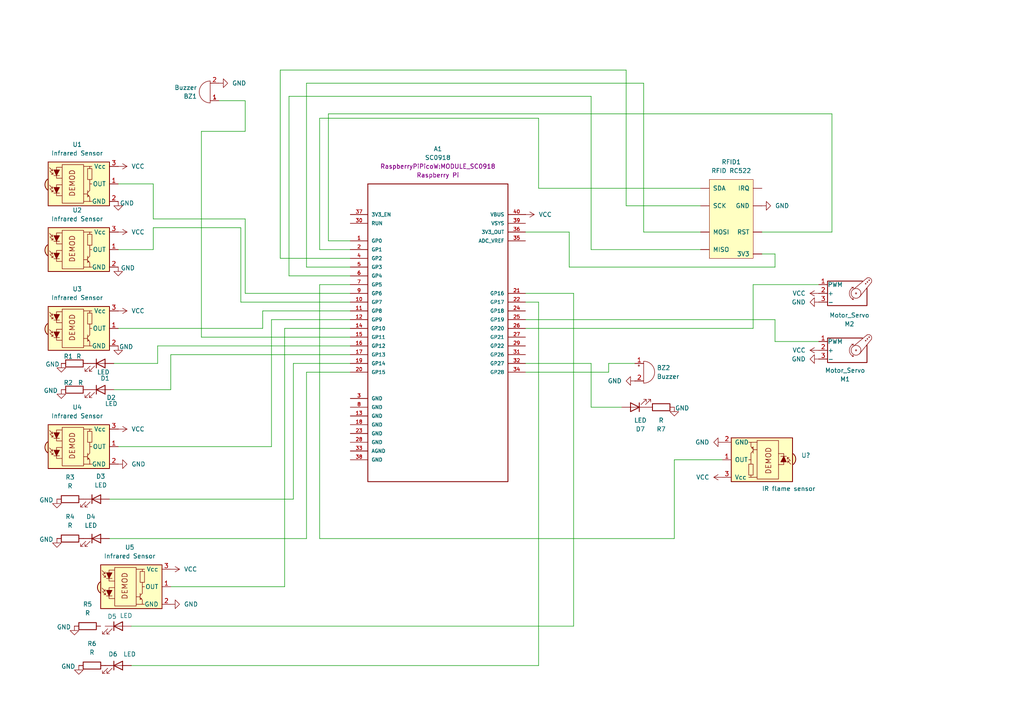
<source format=kicad_sch>
(kicad_sch
	(version 20231120)
	(generator "eeschema")
	(generator_version "8.0")
	(uuid "02ce0e41-68ec-4197-8f71-c78cdc4b021b")
	(paper "A4")
	(lib_symbols
		(symbol "Device:Buzzer"
			(pin_names
				(offset 0.0254) hide)
			(exclude_from_sim no)
			(in_bom yes)
			(on_board yes)
			(property "Reference" "BZ"
				(at 3.81 1.27 0)
				(effects
					(font
						(size 1.27 1.27)
					)
					(justify left)
				)
			)
			(property "Value" "Buzzer"
				(at 3.81 -1.27 0)
				(effects
					(font
						(size 1.27 1.27)
					)
					(justify left)
				)
			)
			(property "Footprint" ""
				(at -0.635 2.54 90)
				(effects
					(font
						(size 1.27 1.27)
					)
					(hide yes)
				)
			)
			(property "Datasheet" "~"
				(at -0.635 2.54 90)
				(effects
					(font
						(size 1.27 1.27)
					)
					(hide yes)
				)
			)
			(property "Description" "Buzzer, polarized"
				(at 0 0 0)
				(effects
					(font
						(size 1.27 1.27)
					)
					(hide yes)
				)
			)
			(property "ki_keywords" "quartz resonator ceramic"
				(at 0 0 0)
				(effects
					(font
						(size 1.27 1.27)
					)
					(hide yes)
				)
			)
			(property "ki_fp_filters" "*Buzzer*"
				(at 0 0 0)
				(effects
					(font
						(size 1.27 1.27)
					)
					(hide yes)
				)
			)
			(symbol "Buzzer_0_1"
				(arc
					(start 0 -3.175)
					(mid 3.1612 0)
					(end 0 3.175)
					(stroke
						(width 0)
						(type default)
					)
					(fill
						(type none)
					)
				)
				(polyline
					(pts
						(xy -1.651 1.905) (xy -1.143 1.905)
					)
					(stroke
						(width 0)
						(type default)
					)
					(fill
						(type none)
					)
				)
				(polyline
					(pts
						(xy -1.397 2.159) (xy -1.397 1.651)
					)
					(stroke
						(width 0)
						(type default)
					)
					(fill
						(type none)
					)
				)
				(polyline
					(pts
						(xy 0 3.175) (xy 0 -3.175)
					)
					(stroke
						(width 0)
						(type default)
					)
					(fill
						(type none)
					)
				)
			)
			(symbol "Buzzer_1_1"
				(pin passive line
					(at -2.54 2.54 0)
					(length 2.54)
					(name "+"
						(effects
							(font
								(size 1.27 1.27)
							)
						)
					)
					(number "1"
						(effects
							(font
								(size 1.27 1.27)
							)
						)
					)
				)
				(pin passive line
					(at -2.54 -2.54 0)
					(length 2.54)
					(name "-"
						(effects
							(font
								(size 1.27 1.27)
							)
						)
					)
					(number "2"
						(effects
							(font
								(size 1.27 1.27)
							)
						)
					)
				)
			)
		)
		(symbol "Device:LED"
			(pin_numbers hide)
			(pin_names
				(offset 1.016) hide)
			(exclude_from_sim no)
			(in_bom yes)
			(on_board yes)
			(property "Reference" "D"
				(at 0 2.54 0)
				(effects
					(font
						(size 1.27 1.27)
					)
				)
			)
			(property "Value" "LED"
				(at 0 -2.54 0)
				(effects
					(font
						(size 1.27 1.27)
					)
				)
			)
			(property "Footprint" ""
				(at 0 0 0)
				(effects
					(font
						(size 1.27 1.27)
					)
					(hide yes)
				)
			)
			(property "Datasheet" "~"
				(at 0 0 0)
				(effects
					(font
						(size 1.27 1.27)
					)
					(hide yes)
				)
			)
			(property "Description" "Light emitting diode"
				(at 0 0 0)
				(effects
					(font
						(size 1.27 1.27)
					)
					(hide yes)
				)
			)
			(property "ki_keywords" "LED diode"
				(at 0 0 0)
				(effects
					(font
						(size 1.27 1.27)
					)
					(hide yes)
				)
			)
			(property "ki_fp_filters" "LED* LED_SMD:* LED_THT:*"
				(at 0 0 0)
				(effects
					(font
						(size 1.27 1.27)
					)
					(hide yes)
				)
			)
			(symbol "LED_0_1"
				(polyline
					(pts
						(xy -1.27 -1.27) (xy -1.27 1.27)
					)
					(stroke
						(width 0.254)
						(type default)
					)
					(fill
						(type none)
					)
				)
				(polyline
					(pts
						(xy -1.27 0) (xy 1.27 0)
					)
					(stroke
						(width 0)
						(type default)
					)
					(fill
						(type none)
					)
				)
				(polyline
					(pts
						(xy 1.27 -1.27) (xy 1.27 1.27) (xy -1.27 0) (xy 1.27 -1.27)
					)
					(stroke
						(width 0.254)
						(type default)
					)
					(fill
						(type none)
					)
				)
				(polyline
					(pts
						(xy -3.048 -0.762) (xy -4.572 -2.286) (xy -3.81 -2.286) (xy -4.572 -2.286) (xy -4.572 -1.524)
					)
					(stroke
						(width 0)
						(type default)
					)
					(fill
						(type none)
					)
				)
				(polyline
					(pts
						(xy -1.778 -0.762) (xy -3.302 -2.286) (xy -2.54 -2.286) (xy -3.302 -2.286) (xy -3.302 -1.524)
					)
					(stroke
						(width 0)
						(type default)
					)
					(fill
						(type none)
					)
				)
			)
			(symbol "LED_1_1"
				(pin passive line
					(at -3.81 0 0)
					(length 2.54)
					(name "K"
						(effects
							(font
								(size 1.27 1.27)
							)
						)
					)
					(number "1"
						(effects
							(font
								(size 1.27 1.27)
							)
						)
					)
				)
				(pin passive line
					(at 3.81 0 180)
					(length 2.54)
					(name "A"
						(effects
							(font
								(size 1.27 1.27)
							)
						)
					)
					(number "2"
						(effects
							(font
								(size 1.27 1.27)
							)
						)
					)
				)
			)
		)
		(symbol "Device:R"
			(pin_numbers hide)
			(pin_names
				(offset 0)
			)
			(exclude_from_sim no)
			(in_bom yes)
			(on_board yes)
			(property "Reference" "R"
				(at 2.032 0 90)
				(effects
					(font
						(size 1.27 1.27)
					)
				)
			)
			(property "Value" "R"
				(at 0 0 90)
				(effects
					(font
						(size 1.27 1.27)
					)
				)
			)
			(property "Footprint" ""
				(at -1.778 0 90)
				(effects
					(font
						(size 1.27 1.27)
					)
					(hide yes)
				)
			)
			(property "Datasheet" "~"
				(at 0 0 0)
				(effects
					(font
						(size 1.27 1.27)
					)
					(hide yes)
				)
			)
			(property "Description" "Resistor"
				(at 0 0 0)
				(effects
					(font
						(size 1.27 1.27)
					)
					(hide yes)
				)
			)
			(property "ki_keywords" "R res resistor"
				(at 0 0 0)
				(effects
					(font
						(size 1.27 1.27)
					)
					(hide yes)
				)
			)
			(property "ki_fp_filters" "R_*"
				(at 0 0 0)
				(effects
					(font
						(size 1.27 1.27)
					)
					(hide yes)
				)
			)
			(symbol "R_0_1"
				(rectangle
					(start -1.016 -2.54)
					(end 1.016 2.54)
					(stroke
						(width 0.254)
						(type default)
					)
					(fill
						(type none)
					)
				)
			)
			(symbol "R_1_1"
				(pin passive line
					(at 0 3.81 270)
					(length 1.27)
					(name "~"
						(effects
							(font
								(size 1.27 1.27)
							)
						)
					)
					(number "1"
						(effects
							(font
								(size 1.27 1.27)
							)
						)
					)
				)
				(pin passive line
					(at 0 -3.81 90)
					(length 1.27)
					(name "~"
						(effects
							(font
								(size 1.27 1.27)
							)
						)
					)
					(number "2"
						(effects
							(font
								(size 1.27 1.27)
							)
						)
					)
				)
			)
		)
		(symbol "Motor:Motor_Servo"
			(pin_names
				(offset 0.0254)
			)
			(exclude_from_sim no)
			(in_bom yes)
			(on_board yes)
			(property "Reference" "M"
				(at -5.08 4.445 0)
				(effects
					(font
						(size 1.27 1.27)
					)
					(justify left)
				)
			)
			(property "Value" "Motor_Servo"
				(at -5.08 -4.064 0)
				(effects
					(font
						(size 1.27 1.27)
					)
					(justify left top)
				)
			)
			(property "Footprint" ""
				(at 0 -4.826 0)
				(effects
					(font
						(size 1.27 1.27)
					)
					(hide yes)
				)
			)
			(property "Datasheet" "http://forums.parallax.com/uploads/attachments/46831/74481.png"
				(at 0 -4.826 0)
				(effects
					(font
						(size 1.27 1.27)
					)
					(hide yes)
				)
			)
			(property "Description" "Servo Motor (Futaba, HiTec, JR connector)"
				(at 0 0 0)
				(effects
					(font
						(size 1.27 1.27)
					)
					(hide yes)
				)
			)
			(property "ki_keywords" "Servo Motor"
				(at 0 0 0)
				(effects
					(font
						(size 1.27 1.27)
					)
					(hide yes)
				)
			)
			(property "ki_fp_filters" "PinHeader*P2.54mm*"
				(at 0 0 0)
				(effects
					(font
						(size 1.27 1.27)
					)
					(hide yes)
				)
			)
			(symbol "Motor_Servo_0_1"
				(polyline
					(pts
						(xy 2.413 -1.778) (xy 2.032 -1.778)
					)
					(stroke
						(width 0)
						(type default)
					)
					(fill
						(type none)
					)
				)
				(polyline
					(pts
						(xy 2.413 -1.778) (xy 2.286 -1.397)
					)
					(stroke
						(width 0)
						(type default)
					)
					(fill
						(type none)
					)
				)
				(polyline
					(pts
						(xy 2.413 1.778) (xy 1.905 1.778)
					)
					(stroke
						(width 0)
						(type default)
					)
					(fill
						(type none)
					)
				)
				(polyline
					(pts
						(xy 2.413 1.778) (xy 2.286 1.397)
					)
					(stroke
						(width 0)
						(type default)
					)
					(fill
						(type none)
					)
				)
				(polyline
					(pts
						(xy 6.35 4.445) (xy 2.54 1.27)
					)
					(stroke
						(width 0)
						(type default)
					)
					(fill
						(type none)
					)
				)
				(polyline
					(pts
						(xy 7.62 3.175) (xy 4.191 -1.016)
					)
					(stroke
						(width 0)
						(type default)
					)
					(fill
						(type none)
					)
				)
				(polyline
					(pts
						(xy 5.08 3.556) (xy -5.08 3.556) (xy -5.08 -3.556) (xy 6.35 -3.556) (xy 6.35 1.524)
					)
					(stroke
						(width 0.254)
						(type default)
					)
					(fill
						(type none)
					)
				)
				(arc
					(start 2.413 1.778)
					(mid 1.2406 0)
					(end 2.413 -1.778)
					(stroke
						(width 0)
						(type default)
					)
					(fill
						(type none)
					)
				)
				(circle
					(center 3.175 0)
					(radius 0.1778)
					(stroke
						(width 0)
						(type default)
					)
					(fill
						(type none)
					)
				)
				(circle
					(center 3.175 0)
					(radius 1.4224)
					(stroke
						(width 0)
						(type default)
					)
					(fill
						(type none)
					)
				)
				(circle
					(center 5.969 2.794)
					(radius 0.127)
					(stroke
						(width 0)
						(type default)
					)
					(fill
						(type none)
					)
				)
				(circle
					(center 6.477 3.302)
					(radius 0.127)
					(stroke
						(width 0)
						(type default)
					)
					(fill
						(type none)
					)
				)
				(circle
					(center 6.985 3.81)
					(radius 0.127)
					(stroke
						(width 0)
						(type default)
					)
					(fill
						(type none)
					)
				)
				(arc
					(start 7.62 3.175)
					(mid 7.4485 4.2735)
					(end 6.35 4.445)
					(stroke
						(width 0)
						(type default)
					)
					(fill
						(type none)
					)
				)
			)
			(symbol "Motor_Servo_1_1"
				(pin passive line
					(at -7.62 2.54 0)
					(length 2.54)
					(name "PWM"
						(effects
							(font
								(size 1.27 1.27)
							)
						)
					)
					(number "1"
						(effects
							(font
								(size 1.27 1.27)
							)
						)
					)
				)
				(pin passive line
					(at -7.62 0 0)
					(length 2.54)
					(name "+"
						(effects
							(font
								(size 1.27 1.27)
							)
						)
					)
					(number "2"
						(effects
							(font
								(size 1.27 1.27)
							)
						)
					)
				)
				(pin passive line
					(at -7.62 -2.54 0)
					(length 2.54)
					(name "-"
						(effects
							(font
								(size 1.27 1.27)
							)
						)
					)
					(number "3"
						(effects
							(font
								(size 1.27 1.27)
							)
						)
					)
				)
			)
		)
		(symbol "RFID_Library:Rfid rc522"
			(pin_names
				(offset 1.016)
			)
			(exclude_from_sim no)
			(in_bom yes)
			(on_board yes)
			(property "Reference" "RFID"
				(at -11.43 17.78 0)
				(effects
					(font
						(size 1.27 1.27)
					)
					(justify left)
				)
			)
			(property "Value" "RFID RC522"
				(at 2.54 19.05 0)
				(effects
					(font
						(size 1.27 1.27)
					)
					(justify left)
				)
			)
			(property "Footprint" ""
				(at -8.89 11.43 0)
				(do_not_autoplace)
				(effects
					(font
						(size 1.27 1.27)
						(italic yes)
					)
					(hide yes)
				)
			)
			(property "Datasheet" ""
				(at 0 -2.54 0)
				(effects
					(font
						(size 1.27 1.27)
					)
					(hide yes)
				)
			)
			(property "Description" ""
				(at 0 -2.54 0)
				(do_not_autoplace)
				(effects
					(font
						(size 1.27 1.27)
					)
					(justify top)
					(hide yes)
				)
			)
			(property "ki_keywords" "RFID"
				(at 0 0 0)
				(effects
					(font
						(size 1.27 1.27)
					)
					(hide yes)
				)
			)
			(property "ki_fp_filters" "SOIC*3.9x8.7mm*P1.27mm*"
				(at 0 0 0)
				(effects
					(font
						(size 1.27 1.27)
					)
					(hide yes)
				)
			)
			(symbol "Rfid rc522_0_1"
				(rectangle
					(start -6.35 12.7)
					(end 6.35 -10.16)
					(stroke
						(width 0.127)
						(type default)
					)
					(fill
						(type background)
					)
				)
			)
			(symbol "Rfid rc522_1_1"
				(text ""
					(at 0.762 7.112 0)
					(effects
						(font
							(size 1.27 1.27)
						)
					)
				)
				(pin input line
					(at 8.89 -8.89 180)
					(length 2.54)
					(name "3V3"
						(effects
							(font
								(size 1.27 1.27)
							)
						)
					)
					(number ""
						(effects
							(font
								(size 1.27 1.27)
							)
						)
					)
				)
				(pin input line
					(at 8.89 5.08 180)
					(length 2.54)
					(name "GND"
						(effects
							(font
								(size 1.27 1.27)
							)
						)
					)
					(number ""
						(effects
							(font
								(size 1.27 1.27)
							)
						)
					)
				)
				(pin input line
					(at 8.89 10.16 180)
					(length 2.54)
					(name "IRQ"
						(effects
							(font
								(size 1.27 1.27)
							)
						)
					)
					(number ""
						(effects
							(font
								(size 1.27 1.27)
							)
						)
					)
				)
				(pin input line
					(at -8.89 -7.62 0)
					(length 2.54)
					(name "MISO"
						(effects
							(font
								(size 1.27 1.27)
							)
						)
					)
					(number ""
						(effects
							(font
								(size 1.27 1.27)
							)
						)
					)
				)
				(pin input line
					(at -8.89 -2.54 0)
					(length 2.54)
					(name "MOSI"
						(effects
							(font
								(size 1.27 1.27)
							)
						)
					)
					(number ""
						(effects
							(font
								(size 1.27 1.27)
							)
						)
					)
				)
				(pin input line
					(at 8.89 -2.54 180)
					(length 2.54)
					(name "RST"
						(effects
							(font
								(size 1.27 1.27)
							)
						)
					)
					(number ""
						(effects
							(font
								(size 1.27 1.27)
							)
						)
					)
				)
				(pin input line
					(at -8.89 5.08 0)
					(length 2.54)
					(name "SCK"
						(effects
							(font
								(size 1.27 1.27)
							)
						)
					)
					(number ""
						(effects
							(font
								(size 1.27 1.27)
							)
						)
					)
				)
				(pin input line
					(at -8.89 10.16 0)
					(length 2.54)
					(name "SDA"
						(effects
							(font
								(size 1.27 1.27)
							)
						)
					)
					(number ""
						(effects
							(font
								(size 1.27 1.27)
							)
						)
					)
				)
			)
		)
		(symbol "RaspberryPiPicoW:SC0918"
			(pin_names
				(offset 1.016)
			)
			(exclude_from_sim no)
			(in_bom yes)
			(on_board yes)
			(property "Reference" "A1"
				(at 0 58.42 0)
				(effects
					(font
						(size 1.27 1.27)
					)
				)
			)
			(property "Value" "SC0918"
				(at 0 55.88 0)
				(effects
					(font
						(size 1.27 1.27)
					)
				)
			)
			(property "Footprint" "RaspberryPiPicoW:MODULE_SC0918"
				(at -12.7 -46.99 0)
				(effects
					(font
						(size 1.27 1.27)
					)
					(justify bottom)
				)
			)
			(property "Datasheet" "https://datasheets.raspberrypi.com/picow/pico-w-datasheet.pdf"
				(at -26.67 -49.53 0)
				(effects
					(font
						(size 1.27 1.27)
					)
					(justify left bottom)
					(hide yes)
				)
			)
			(property "Description" ""
				(at 0 0 0)
				(effects
					(font
						(size 1.27 1.27)
					)
					(hide yes)
				)
			)
			(property "manufacturer" "Raspberry Pi"
				(at 0 53.34 0)
				(effects
					(font
						(size 1.27 1.27)
					)
				)
			)
			(property "P/N" "SC0918"
				(at 0 50.8 0)
				(effects
					(font
						(size 1.27 1.27)
					)
					(hide yes)
				)
			)
			(property "PARTREV" "1.6"
				(at 0 48.26 0)
				(effects
					(font
						(size 1.27 1.27)
					)
					(hide yes)
				)
			)
			(property "MAXIMUM_PACKAGE_HEIGHT" "3.73mm"
				(at 0 45.72 0)
				(effects
					(font
						(size 1.27 1.27)
					)
					(hide yes)
				)
			)
			(symbol "SC0918_0_0"
				(rectangle
					(start -20.32 -43.18)
					(end 20.32 43.18)
					(stroke
						(width 0.254)
						(type default)
					)
					(fill
						(type none)
					)
				)
				(pin bidirectional line
					(at -25.4 26.67 0)
					(length 5.08)
					(name "GP0"
						(effects
							(font
								(size 1.016 1.016)
							)
						)
					)
					(number "1"
						(effects
							(font
								(size 1.016 1.016)
							)
						)
					)
				)
				(pin bidirectional line
					(at -25.4 8.89 0)
					(length 5.08)
					(name "GP7"
						(effects
							(font
								(size 1.016 1.016)
							)
						)
					)
					(number "10"
						(effects
							(font
								(size 1.016 1.016)
							)
						)
					)
				)
				(pin bidirectional line
					(at -25.4 6.35 0)
					(length 5.08)
					(name "GP8"
						(effects
							(font
								(size 1.016 1.016)
							)
						)
					)
					(number "11"
						(effects
							(font
								(size 1.016 1.016)
							)
						)
					)
				)
				(pin bidirectional line
					(at -25.4 3.81 0)
					(length 5.08)
					(name "GP9"
						(effects
							(font
								(size 1.016 1.016)
							)
						)
					)
					(number "12"
						(effects
							(font
								(size 1.016 1.016)
							)
						)
					)
				)
				(pin power_in line
					(at -25.4 -24.13 0)
					(length 5.08)
					(name "GND"
						(effects
							(font
								(size 1.016 1.016)
							)
						)
					)
					(number "13"
						(effects
							(font
								(size 1.016 1.016)
							)
						)
					)
				)
				(pin bidirectional line
					(at -25.4 1.27 0)
					(length 5.08)
					(name "GP10"
						(effects
							(font
								(size 1.016 1.016)
							)
						)
					)
					(number "14"
						(effects
							(font
								(size 1.016 1.016)
							)
						)
					)
				)
				(pin bidirectional line
					(at -25.4 -1.27 0)
					(length 5.08)
					(name "GP11"
						(effects
							(font
								(size 1.016 1.016)
							)
						)
					)
					(number "15"
						(effects
							(font
								(size 1.016 1.016)
							)
						)
					)
				)
				(pin bidirectional line
					(at -25.4 -3.81 0)
					(length 5.08)
					(name "GP12"
						(effects
							(font
								(size 1.016 1.016)
							)
						)
					)
					(number "16"
						(effects
							(font
								(size 1.016 1.016)
							)
						)
					)
				)
				(pin bidirectional line
					(at -25.4 -6.35 0)
					(length 5.08)
					(name "GP13"
						(effects
							(font
								(size 1.016 1.016)
							)
						)
					)
					(number "17"
						(effects
							(font
								(size 1.016 1.016)
							)
						)
					)
				)
				(pin power_in line
					(at -25.4 -26.67 0)
					(length 5.08)
					(name "GND"
						(effects
							(font
								(size 1.016 1.016)
							)
						)
					)
					(number "18"
						(effects
							(font
								(size 1.016 1.016)
							)
						)
					)
				)
				(pin bidirectional line
					(at -25.4 -8.89 0)
					(length 5.08)
					(name "GP14"
						(effects
							(font
								(size 1.016 1.016)
							)
						)
					)
					(number "19"
						(effects
							(font
								(size 1.016 1.016)
							)
						)
					)
				)
				(pin bidirectional line
					(at -25.4 24.13 0)
					(length 5.08)
					(name "GP1"
						(effects
							(font
								(size 1.016 1.016)
							)
						)
					)
					(number "2"
						(effects
							(font
								(size 1.016 1.016)
							)
						)
					)
				)
				(pin bidirectional line
					(at -25.4 -11.43 0)
					(length 5.08)
					(name "GP15"
						(effects
							(font
								(size 1.016 1.016)
							)
						)
					)
					(number "20"
						(effects
							(font
								(size 1.016 1.016)
							)
						)
					)
				)
				(pin bidirectional line
					(at 25.4 11.43 180)
					(length 5.08)
					(name "GP16"
						(effects
							(font
								(size 1.016 1.016)
							)
						)
					)
					(number "21"
						(effects
							(font
								(size 1.016 1.016)
							)
						)
					)
				)
				(pin bidirectional line
					(at 25.4 8.89 180)
					(length 5.08)
					(name "GP17"
						(effects
							(font
								(size 1.016 1.016)
							)
						)
					)
					(number "22"
						(effects
							(font
								(size 1.016 1.016)
							)
						)
					)
				)
				(pin power_in line
					(at -25.4 -29.21 0)
					(length 5.08)
					(name "GND"
						(effects
							(font
								(size 1.016 1.016)
							)
						)
					)
					(number "23"
						(effects
							(font
								(size 1.016 1.016)
							)
						)
					)
				)
				(pin bidirectional line
					(at 25.4 6.35 180)
					(length 5.08)
					(name "GP18"
						(effects
							(font
								(size 1.016 1.016)
							)
						)
					)
					(number "24"
						(effects
							(font
								(size 1.016 1.016)
							)
						)
					)
				)
				(pin bidirectional line
					(at 25.4 3.81 180)
					(length 5.08)
					(name "GP19"
						(effects
							(font
								(size 1.016 1.016)
							)
						)
					)
					(number "25"
						(effects
							(font
								(size 1.016 1.016)
							)
						)
					)
				)
				(pin bidirectional line
					(at 25.4 1.27 180)
					(length 5.08)
					(name "GP20"
						(effects
							(font
								(size 1.016 1.016)
							)
						)
					)
					(number "26"
						(effects
							(font
								(size 1.016 1.016)
							)
						)
					)
				)
				(pin bidirectional line
					(at 25.4 -1.27 180)
					(length 5.08)
					(name "GP21"
						(effects
							(font
								(size 1.016 1.016)
							)
						)
					)
					(number "27"
						(effects
							(font
								(size 1.016 1.016)
							)
						)
					)
				)
				(pin power_in line
					(at -25.4 -31.75 0)
					(length 5.08)
					(name "GND"
						(effects
							(font
								(size 1.016 1.016)
							)
						)
					)
					(number "28"
						(effects
							(font
								(size 1.016 1.016)
							)
						)
					)
				)
				(pin bidirectional line
					(at 25.4 -3.81 180)
					(length 5.08)
					(name "GP22"
						(effects
							(font
								(size 1.016 1.016)
							)
						)
					)
					(number "29"
						(effects
							(font
								(size 1.016 1.016)
							)
						)
					)
				)
				(pin power_in line
					(at -25.4 -19.05 0)
					(length 5.08)
					(name "GND"
						(effects
							(font
								(size 1.016 1.016)
							)
						)
					)
					(number "3"
						(effects
							(font
								(size 1.016 1.016)
							)
						)
					)
				)
				(pin input line
					(at -25.4 31.75 0)
					(length 5.08)
					(name "RUN"
						(effects
							(font
								(size 1.016 1.016)
							)
						)
					)
					(number "30"
						(effects
							(font
								(size 1.016 1.016)
							)
						)
					)
				)
				(pin bidirectional line
					(at 25.4 -6.35 180)
					(length 5.08)
					(name "GP26"
						(effects
							(font
								(size 1.016 1.016)
							)
						)
					)
					(number "31"
						(effects
							(font
								(size 1.016 1.016)
							)
						)
					)
				)
				(pin bidirectional line
					(at 25.4 -8.89 180)
					(length 5.08)
					(name "GP27"
						(effects
							(font
								(size 1.016 1.016)
							)
						)
					)
					(number "32"
						(effects
							(font
								(size 1.016 1.016)
							)
						)
					)
				)
				(pin power_in line
					(at -25.4 -34.29 0)
					(length 5.08)
					(name "AGND"
						(effects
							(font
								(size 1.016 1.016)
							)
						)
					)
					(number "33"
						(effects
							(font
								(size 1.016 1.016)
							)
						)
					)
				)
				(pin bidirectional line
					(at 25.4 -11.43 180)
					(length 5.08)
					(name "GP28"
						(effects
							(font
								(size 1.016 1.016)
							)
						)
					)
					(number "34"
						(effects
							(font
								(size 1.016 1.016)
							)
						)
					)
				)
				(pin power_in line
					(at 25.4 26.67 180)
					(length 5.08)
					(name "ADC_VREF"
						(effects
							(font
								(size 1.016 1.016)
							)
						)
					)
					(number "35"
						(effects
							(font
								(size 1.016 1.016)
							)
						)
					)
				)
				(pin power_in line
					(at 25.4 29.21 180)
					(length 5.08)
					(name "3V3_OUT"
						(effects
							(font
								(size 1.016 1.016)
							)
						)
					)
					(number "36"
						(effects
							(font
								(size 1.016 1.016)
							)
						)
					)
				)
				(pin input line
					(at -25.4 34.29 0)
					(length 5.08)
					(name "3V3_EN"
						(effects
							(font
								(size 1.016 1.016)
							)
						)
					)
					(number "37"
						(effects
							(font
								(size 1.016 1.016)
							)
						)
					)
				)
				(pin power_in line
					(at -25.4 -36.83 0)
					(length 5.08)
					(name "GND"
						(effects
							(font
								(size 1.016 1.016)
							)
						)
					)
					(number "38"
						(effects
							(font
								(size 1.016 1.016)
							)
						)
					)
				)
				(pin free line
					(at 25.4 31.75 180)
					(length 5.08)
					(name "VSYS"
						(effects
							(font
								(size 1.016 1.016)
							)
						)
					)
					(number "39"
						(effects
							(font
								(size 1.016 1.016)
							)
						)
					)
				)
				(pin bidirectional line
					(at -25.4 21.59 0)
					(length 5.08)
					(name "GP2"
						(effects
							(font
								(size 1.016 1.016)
							)
						)
					)
					(number "4"
						(effects
							(font
								(size 1.016 1.016)
							)
						)
					)
				)
				(pin free line
					(at 25.4 34.29 180)
					(length 5.08)
					(name "VBUS"
						(effects
							(font
								(size 1.016 1.016)
							)
						)
					)
					(number "40"
						(effects
							(font
								(size 1.016 1.016)
							)
						)
					)
				)
				(pin bidirectional line
					(at -25.4 19.05 0)
					(length 5.08)
					(name "GP3"
						(effects
							(font
								(size 1.016 1.016)
							)
						)
					)
					(number "5"
						(effects
							(font
								(size 1.016 1.016)
							)
						)
					)
				)
				(pin bidirectional line
					(at -25.4 16.51 0)
					(length 5.08)
					(name "GP4"
						(effects
							(font
								(size 1.016 1.016)
							)
						)
					)
					(number "6"
						(effects
							(font
								(size 1.016 1.016)
							)
						)
					)
				)
				(pin bidirectional line
					(at -25.4 13.97 0)
					(length 5.08)
					(name "GP5"
						(effects
							(font
								(size 1.016 1.016)
							)
						)
					)
					(number "7"
						(effects
							(font
								(size 1.016 1.016)
							)
						)
					)
				)
				(pin power_in line
					(at -25.4 -21.59 0)
					(length 5.08)
					(name "GND"
						(effects
							(font
								(size 1.016 1.016)
							)
						)
					)
					(number "8"
						(effects
							(font
								(size 1.016 1.016)
							)
						)
					)
				)
				(pin bidirectional line
					(at -25.4 11.43 0)
					(length 5.08)
					(name "GP6"
						(effects
							(font
								(size 1.016 1.016)
							)
						)
					)
					(number "9"
						(effects
							(font
								(size 1.016 1.016)
							)
						)
					)
				)
			)
		)
		(symbol "Sensor_Proximity:TSSP58038SS1XB"
			(pin_names
				(offset 1.016)
			)
			(exclude_from_sim no)
			(in_bom yes)
			(on_board yes)
			(property "Reference" ""
				(at -12.7 -1.2701 0)
				(effects
					(font
						(size 1.27 1.27)
					)
					(justify right)
				)
			)
			(property "Value" "IR flame sensor"
				(at -1.27 8.382 0)
				(effects
					(font
						(size 1.27 1.27)
					)
					(justify right)
				)
			)
			(property "Footprint" ""
				(at -1.27 -9.525 0)
				(effects
					(font
						(size 1.27 1.27)
					)
					(hide yes)
				)
			)
			(property "Datasheet" ""
				(at 16.51 7.62 0)
				(effects
					(font
						(size 1.27 1.27)
					)
					(hide yes)
				)
			)
			(property "Description" ""
				(at 0 0 0)
				(effects
					(font
						(size 1.27 1.27)
					)
					(hide yes)
				)
			)
			(property "ki_keywords" "opto IR receiver light barrier"
				(at 0 0 0)
				(effects
					(font
						(size 1.27 1.27)
					)
					(hide yes)
				)
			)
			(property "ki_fp_filters" "Vishay*MINICAST*"
				(at 0 0 0)
				(effects
					(font
						(size 1.27 1.27)
					)
					(hide yes)
				)
			)
			(symbol "TSSP58038SS1XB_0_0"
				(arc
					(start -10.287 1.397)
					(mid -11.0899 -0.1852)
					(end -10.287 -1.778)
					(stroke
						(width 0.254)
						(type default)
					)
					(fill
						(type background)
					)
				)
				(polyline
					(pts
						(xy 1.905 -5.08) (xy 0.127 -5.08)
					)
					(stroke
						(width 0)
						(type default)
					)
					(fill
						(type none)
					)
				)
				(polyline
					(pts
						(xy 1.905 5.08) (xy 0.127 5.08)
					)
					(stroke
						(width 0)
						(type default)
					)
					(fill
						(type none)
					)
				)
				(text "DEMOD"
					(at -3.175 0.254 900)
					(effects
						(font
							(size 1.524 1.524)
						)
					)
				)
			)
			(symbol "TSSP58038SS1XB_0_1"
				(rectangle
					(start -10.16 6.35)
					(end 7.62 -6.35)
					(stroke
						(width 0.254)
						(type default)
					)
					(fill
						(type background)
					)
				)
				(rectangle
					(start -6.096 5.588)
					(end 0.127 -5.588)
					(stroke
						(width 0)
						(type default)
					)
					(fill
						(type none)
					)
				)
				(polyline
					(pts
						(xy -8.763 0.381) (xy -9.652 1.27)
					)
					(stroke
						(width 0)
						(type default)
					)
					(fill
						(type none)
					)
				)
				(polyline
					(pts
						(xy -8.763 0.381) (xy -9.271 0.381)
					)
					(stroke
						(width 0)
						(type default)
					)
					(fill
						(type none)
					)
				)
				(polyline
					(pts
						(xy -8.763 0.381) (xy -8.763 0.889)
					)
					(stroke
						(width 0)
						(type default)
					)
					(fill
						(type none)
					)
				)
				(polyline
					(pts
						(xy -8.636 -0.635) (xy -9.525 0.254)
					)
					(stroke
						(width 0)
						(type default)
					)
					(fill
						(type none)
					)
				)
				(polyline
					(pts
						(xy -8.636 -0.635) (xy -9.144 -0.635)
					)
					(stroke
						(width 0)
						(type default)
					)
					(fill
						(type none)
					)
				)
				(polyline
					(pts
						(xy -8.636 -0.635) (xy -8.636 -0.127)
					)
					(stroke
						(width 0)
						(type default)
					)
					(fill
						(type none)
					)
				)
				(polyline
					(pts
						(xy -8.382 -1.016) (xy -6.731 -1.016)
					)
					(stroke
						(width 0)
						(type default)
					)
					(fill
						(type none)
					)
				)
				(polyline
					(pts
						(xy 1.27 -2.921) (xy 0.127 -2.921)
					)
					(stroke
						(width 0)
						(type default)
					)
					(fill
						(type none)
					)
				)
				(polyline
					(pts
						(xy 1.27 -1.905) (xy 1.27 -3.81)
					)
					(stroke
						(width 0)
						(type default)
					)
					(fill
						(type none)
					)
				)
				(polyline
					(pts
						(xy 1.397 -3.556) (xy 1.524 -3.556)
					)
					(stroke
						(width 0)
						(type default)
					)
					(fill
						(type none)
					)
				)
				(polyline
					(pts
						(xy 1.651 -3.556) (xy 1.524 -3.556)
					)
					(stroke
						(width 0)
						(type default)
					)
					(fill
						(type none)
					)
				)
				(polyline
					(pts
						(xy 1.651 -3.556) (xy 1.651 -3.302)
					)
					(stroke
						(width 0)
						(type default)
					)
					(fill
						(type none)
					)
				)
				(polyline
					(pts
						(xy 1.905 0) (xy 1.905 1.27)
					)
					(stroke
						(width 0)
						(type default)
					)
					(fill
						(type none)
					)
				)
				(polyline
					(pts
						(xy 1.905 4.445) (xy 1.905 5.08) (xy 2.54 5.08)
					)
					(stroke
						(width 0)
						(type default)
					)
					(fill
						(type none)
					)
				)
				(polyline
					(pts
						(xy -8.382 0.635) (xy -6.731 0.635) (xy -7.62 -1.016) (xy -8.382 0.635)
					)
					(stroke
						(width 0)
						(type default)
					)
					(fill
						(type outline)
					)
				)
				(polyline
					(pts
						(xy -6.096 1.397) (xy -7.62 1.397) (xy -7.62 -1.778) (xy -6.096 -1.778)
					)
					(stroke
						(width 0)
						(type default)
					)
					(fill
						(type none)
					)
				)
				(polyline
					(pts
						(xy 1.27 -3.175) (xy 1.905 -3.81) (xy 1.905 -5.08) (xy 2.54 -5.08)
					)
					(stroke
						(width 0)
						(type default)
					)
					(fill
						(type none)
					)
				)
				(polyline
					(pts
						(xy 1.27 -2.54) (xy 1.905 -1.905) (xy 1.905 0) (xy 2.54 0)
					)
					(stroke
						(width 0)
						(type default)
					)
					(fill
						(type none)
					)
				)
				(rectangle
					(start 2.54 1.27)
					(end 1.27 4.445)
					(stroke
						(width 0)
						(type default)
					)
					(fill
						(type none)
					)
				)
			)
			(symbol "TSSP58038SS1XB_1_1"
				(pin output line
					(at 10.16 0 180)
					(length 2.54)
					(name "OUT"
						(effects
							(font
								(size 1.27 1.27)
							)
						)
					)
					(number "1"
						(effects
							(font
								(size 1.27 1.27)
							)
						)
					)
				)
				(pin power_in line
					(at 10.16 -5.08 180)
					(length 2.54)
					(name "GND"
						(effects
							(font
								(size 1.27 1.27)
							)
						)
					)
					(number "2"
						(effects
							(font
								(size 1.27 1.27)
							)
						)
					)
				)
				(pin power_in line
					(at 10.16 5.08 180)
					(length 2.54)
					(name "Vcc"
						(effects
							(font
								(size 1.27 1.27)
							)
						)
					)
					(number "3"
						(effects
							(font
								(size 1.27 1.27)
							)
						)
					)
				)
			)
		)
		(symbol "TSSP58038_1"
			(pin_names
				(offset 1.016)
			)
			(exclude_from_sim no)
			(in_bom yes)
			(on_board yes)
			(property "Reference" "U1"
				(at -1.735 11.43 0)
				(effects
					(font
						(size 1.27 1.27)
					)
				)
			)
			(property "Value" "Infrared Sensor"
				(at -1.735 8.89 0)
				(effects
					(font
						(size 1.27 1.27)
					)
				)
			)
			(property "Footprint" ""
				(at -1.27 -9.525 0)
				(effects
					(font
						(size 1.27 1.27)
					)
					(hide yes)
				)
			)
			(property "Datasheet" ""
				(at 16.51 7.62 0)
				(effects
					(font
						(size 1.27 1.27)
					)
					(hide yes)
				)
			)
			(property "Description" ""
				(at 0 0 0)
				(effects
					(font
						(size 1.27 1.27)
					)
					(hide yes)
				)
			)
			(property "ki_keywords" "opto IR receiver proximity sensor"
				(at 0 0 0)
				(effects
					(font
						(size 1.27 1.27)
					)
					(hide yes)
				)
			)
			(property "ki_fp_filters" "Vishay*MINICAST*"
				(at 0 0 0)
				(effects
					(font
						(size 1.27 1.27)
					)
					(hide yes)
				)
			)
			(symbol "TSSP58038_1_0_0"
				(arc
					(start -10.287 1.397)
					(mid -11.0899 -0.1852)
					(end -10.287 -1.778)
					(stroke
						(width 0.254)
						(type default)
					)
					(fill
						(type background)
					)
				)
				(polyline
					(pts
						(xy 1.905 -5.08) (xy 0.127 -5.08)
					)
					(stroke
						(width 0)
						(type default)
					)
					(fill
						(type none)
					)
				)
				(polyline
					(pts
						(xy 1.905 5.08) (xy 0.127 5.08)
					)
					(stroke
						(width 0)
						(type default)
					)
					(fill
						(type none)
					)
				)
				(text "DEMOD"
					(at -3.175 0.254 900)
					(effects
						(font
							(size 1.524 1.524)
						)
					)
				)
			)
			(symbol "TSSP58038_1_0_1"
				(rectangle
					(start -10.16 6.35)
					(end 7.62 -6.35)
					(stroke
						(width 0.254)
						(type default)
					)
					(fill
						(type background)
					)
				)
				(rectangle
					(start -6.096 5.588)
					(end 0.127 -5.588)
					(stroke
						(width 0)
						(type default)
					)
					(fill
						(type none)
					)
				)
				(polyline
					(pts
						(xy -8.89 -1.27) (xy -9.779 -0.381)
					)
					(stroke
						(width 0)
						(type default)
					)
					(fill
						(type none)
					)
				)
				(polyline
					(pts
						(xy -8.89 -1.27) (xy -9.398 -1.27)
					)
					(stroke
						(width 0)
						(type default)
					)
					(fill
						(type none)
					)
				)
				(polyline
					(pts
						(xy -8.89 -1.27) (xy -8.89 -0.762)
					)
					(stroke
						(width 0)
						(type default)
					)
					(fill
						(type none)
					)
				)
				(polyline
					(pts
						(xy -8.89 3.81) (xy -9.779 4.699)
					)
					(stroke
						(width 0)
						(type default)
					)
					(fill
						(type none)
					)
				)
				(polyline
					(pts
						(xy -8.89 3.81) (xy -9.398 3.81)
					)
					(stroke
						(width 0)
						(type default)
					)
					(fill
						(type none)
					)
				)
				(polyline
					(pts
						(xy -8.89 3.81) (xy -8.89 4.318)
					)
					(stroke
						(width 0)
						(type default)
					)
					(fill
						(type none)
					)
				)
				(polyline
					(pts
						(xy -8.763 -2.286) (xy -9.652 -1.397)
					)
					(stroke
						(width 0)
						(type default)
					)
					(fill
						(type none)
					)
				)
				(polyline
					(pts
						(xy -8.763 -2.286) (xy -9.271 -2.286)
					)
					(stroke
						(width 0)
						(type default)
					)
					(fill
						(type none)
					)
				)
				(polyline
					(pts
						(xy -8.763 -2.286) (xy -8.763 -1.778)
					)
					(stroke
						(width 0)
						(type default)
					)
					(fill
						(type none)
					)
				)
				(polyline
					(pts
						(xy -8.763 2.794) (xy -9.652 3.683)
					)
					(stroke
						(width 0)
						(type default)
					)
					(fill
						(type none)
					)
				)
				(polyline
					(pts
						(xy -8.763 2.794) (xy -9.271 2.794)
					)
					(stroke
						(width 0)
						(type default)
					)
					(fill
						(type none)
					)
				)
				(polyline
					(pts
						(xy -8.763 2.794) (xy -8.763 3.302)
					)
					(stroke
						(width 0)
						(type default)
					)
					(fill
						(type none)
					)
				)
				(polyline
					(pts
						(xy -8.509 -2.667) (xy -6.858 -2.667)
					)
					(stroke
						(width 0)
						(type default)
					)
					(fill
						(type none)
					)
				)
				(polyline
					(pts
						(xy -8.509 2.413) (xy -6.858 2.413)
					)
					(stroke
						(width 0)
						(type default)
					)
					(fill
						(type none)
					)
				)
				(polyline
					(pts
						(xy 1.27 -2.921) (xy 0.127 -2.921)
					)
					(stroke
						(width 0)
						(type default)
					)
					(fill
						(type none)
					)
				)
				(polyline
					(pts
						(xy 1.27 -1.905) (xy 1.27 -3.81)
					)
					(stroke
						(width 0)
						(type default)
					)
					(fill
						(type none)
					)
				)
				(polyline
					(pts
						(xy 1.397 -3.556) (xy 1.524 -3.556)
					)
					(stroke
						(width 0)
						(type default)
					)
					(fill
						(type none)
					)
				)
				(polyline
					(pts
						(xy 1.651 -3.556) (xy 1.524 -3.556)
					)
					(stroke
						(width 0)
						(type default)
					)
					(fill
						(type none)
					)
				)
				(polyline
					(pts
						(xy 1.651 -3.556) (xy 1.651 -3.302)
					)
					(stroke
						(width 0)
						(type default)
					)
					(fill
						(type none)
					)
				)
				(polyline
					(pts
						(xy 1.905 0) (xy 1.905 1.27)
					)
					(stroke
						(width 0)
						(type default)
					)
					(fill
						(type none)
					)
				)
				(polyline
					(pts
						(xy 1.905 4.445) (xy 1.905 5.08) (xy 2.54 5.08)
					)
					(stroke
						(width 0)
						(type default)
					)
					(fill
						(type none)
					)
				)
				(polyline
					(pts
						(xy -8.509 -1.016) (xy -6.858 -1.016) (xy -7.747 -2.667) (xy -8.509 -1.016)
					)
					(stroke
						(width 0)
						(type default)
					)
					(fill
						(type outline)
					)
				)
				(polyline
					(pts
						(xy -8.509 4.064) (xy -6.858 4.064) (xy -7.747 2.413) (xy -8.509 4.064)
					)
					(stroke
						(width 0)
						(type default)
					)
					(fill
						(type outline)
					)
				)
				(polyline
					(pts
						(xy -6.223 -0.254) (xy -7.747 -0.254) (xy -7.747 -3.429) (xy -6.223 -3.429)
					)
					(stroke
						(width 0)
						(type default)
					)
					(fill
						(type none)
					)
				)
				(polyline
					(pts
						(xy -6.223 4.826) (xy -7.747 4.826) (xy -7.747 1.651) (xy -6.223 1.651)
					)
					(stroke
						(width 0)
						(type default)
					)
					(fill
						(type none)
					)
				)
				(polyline
					(pts
						(xy 1.27 -3.175) (xy 1.905 -3.81) (xy 1.905 -5.08) (xy 2.54 -5.08)
					)
					(stroke
						(width 0)
						(type default)
					)
					(fill
						(type none)
					)
				)
				(polyline
					(pts
						(xy 1.27 -2.54) (xy 1.905 -1.905) (xy 1.905 0) (xy 2.54 0)
					)
					(stroke
						(width 0)
						(type default)
					)
					(fill
						(type none)
					)
				)
				(rectangle
					(start 2.54 1.27)
					(end 1.27 4.445)
					(stroke
						(width 0)
						(type default)
					)
					(fill
						(type none)
					)
				)
			)
			(symbol "TSSP58038_1_1_1"
				(pin output line
					(at 10.16 0 180)
					(length 2.54)
					(name "OUT"
						(effects
							(font
								(size 1.27 1.27)
							)
						)
					)
					(number "1"
						(effects
							(font
								(size 1.27 1.27)
							)
						)
					)
				)
				(pin power_in line
					(at 10.16 -5.08 180)
					(length 2.54)
					(name "GND"
						(effects
							(font
								(size 1.27 1.27)
							)
						)
					)
					(number "2"
						(effects
							(font
								(size 1.27 1.27)
							)
						)
					)
				)
				(pin power_in line
					(at 10.16 5.08 180)
					(length 2.54)
					(name "Vcc"
						(effects
							(font
								(size 1.27 1.27)
							)
						)
					)
					(number "3"
						(effects
							(font
								(size 1.27 1.27)
							)
						)
					)
				)
			)
		)
		(symbol "power:GND"
			(power)
			(pin_numbers hide)
			(pin_names
				(offset 0) hide)
			(exclude_from_sim no)
			(in_bom yes)
			(on_board yes)
			(property "Reference" "#PWR"
				(at 0 -6.35 0)
				(effects
					(font
						(size 1.27 1.27)
					)
					(hide yes)
				)
			)
			(property "Value" "GND"
				(at 0 -3.81 0)
				(effects
					(font
						(size 1.27 1.27)
					)
				)
			)
			(property "Footprint" ""
				(at 0 0 0)
				(effects
					(font
						(size 1.27 1.27)
					)
					(hide yes)
				)
			)
			(property "Datasheet" ""
				(at 0 0 0)
				(effects
					(font
						(size 1.27 1.27)
					)
					(hide yes)
				)
			)
			(property "Description" "Power symbol creates a global label with name \"GND\" , ground"
				(at 0 0 0)
				(effects
					(font
						(size 1.27 1.27)
					)
					(hide yes)
				)
			)
			(property "ki_keywords" "global power"
				(at 0 0 0)
				(effects
					(font
						(size 1.27 1.27)
					)
					(hide yes)
				)
			)
			(symbol "GND_0_1"
				(polyline
					(pts
						(xy 0 0) (xy 0 -1.27) (xy 1.27 -1.27) (xy 0 -2.54) (xy -1.27 -1.27) (xy 0 -1.27)
					)
					(stroke
						(width 0)
						(type default)
					)
					(fill
						(type none)
					)
				)
			)
			(symbol "GND_1_1"
				(pin power_in line
					(at 0 0 270)
					(length 0)
					(name "~"
						(effects
							(font
								(size 1.27 1.27)
							)
						)
					)
					(number "1"
						(effects
							(font
								(size 1.27 1.27)
							)
						)
					)
				)
			)
		)
		(symbol "power:VCC"
			(power)
			(pin_numbers hide)
			(pin_names
				(offset 0) hide)
			(exclude_from_sim no)
			(in_bom yes)
			(on_board yes)
			(property "Reference" "#PWR"
				(at 0 -3.81 0)
				(effects
					(font
						(size 1.27 1.27)
					)
					(hide yes)
				)
			)
			(property "Value" "VCC"
				(at 0 3.556 0)
				(effects
					(font
						(size 1.27 1.27)
					)
				)
			)
			(property "Footprint" ""
				(at 0 0 0)
				(effects
					(font
						(size 1.27 1.27)
					)
					(hide yes)
				)
			)
			(property "Datasheet" ""
				(at 0 0 0)
				(effects
					(font
						(size 1.27 1.27)
					)
					(hide yes)
				)
			)
			(property "Description" "Power symbol creates a global label with name \"VCC\""
				(at 0 0 0)
				(effects
					(font
						(size 1.27 1.27)
					)
					(hide yes)
				)
			)
			(property "ki_keywords" "global power"
				(at 0 0 0)
				(effects
					(font
						(size 1.27 1.27)
					)
					(hide yes)
				)
			)
			(symbol "VCC_0_1"
				(polyline
					(pts
						(xy -0.762 1.27) (xy 0 2.54)
					)
					(stroke
						(width 0)
						(type default)
					)
					(fill
						(type none)
					)
				)
				(polyline
					(pts
						(xy 0 0) (xy 0 2.54)
					)
					(stroke
						(width 0)
						(type default)
					)
					(fill
						(type none)
					)
				)
				(polyline
					(pts
						(xy 0 2.54) (xy 0.762 1.27)
					)
					(stroke
						(width 0)
						(type default)
					)
					(fill
						(type none)
					)
				)
			)
			(symbol "VCC_1_1"
				(pin power_in line
					(at 0 0 90)
					(length 0)
					(name "~"
						(effects
							(font
								(size 1.27 1.27)
							)
						)
					)
					(number "1"
						(effects
							(font
								(size 1.27 1.27)
							)
						)
					)
				)
			)
		)
	)
	(wire
		(pts
			(xy 83.82 27.94) (xy 83.82 80.01)
		)
		(stroke
			(width 0)
			(type default)
		)
		(uuid "0276a8fb-1baa-4f2a-9fc5-56367838dcca")
	)
	(wire
		(pts
			(xy 82.55 170.18) (xy 82.55 95.25)
		)
		(stroke
			(width 0)
			(type default)
		)
		(uuid "04c0916c-5213-44de-8696-9eedd7214c35")
	)
	(wire
		(pts
			(xy 76.2 95.25) (xy 34.29 95.25)
		)
		(stroke
			(width 0)
			(type default)
		)
		(uuid "04dc7c4c-d3b6-45eb-828a-2d0930958bc1")
	)
	(wire
		(pts
			(xy 49.53 102.87) (xy 49.53 113.03)
		)
		(stroke
			(width 0)
			(type default)
		)
		(uuid "0c770e06-ab5c-4ac1-9a87-8db9bb8522e8")
	)
	(wire
		(pts
			(xy 101.6 100.33) (xy 45.72 100.33)
		)
		(stroke
			(width 0)
			(type default)
		)
		(uuid "14e0a1ee-2278-4674-b28e-e9ef208e4e3b")
	)
	(wire
		(pts
			(xy 218.44 82.55) (xy 237.49 82.55)
		)
		(stroke
			(width 0)
			(type default)
		)
		(uuid "1872851f-b58b-43a9-944b-56b85895cfc6")
	)
	(wire
		(pts
			(xy 58.42 97.79) (xy 58.42 38.1)
		)
		(stroke
			(width 0)
			(type default)
		)
		(uuid "19ec8c2d-8336-4309-b70a-ee9207c85449")
	)
	(wire
		(pts
			(xy 71.12 63.5) (xy 44.45 63.5)
		)
		(stroke
			(width 0)
			(type default)
		)
		(uuid "1c1b964d-0a77-4b86-9df0-e8025edbf86f")
	)
	(wire
		(pts
			(xy 85.09 144.78) (xy 85.09 105.41)
		)
		(stroke
			(width 0)
			(type default)
		)
		(uuid "1cbe92f5-6654-430f-a40a-c131c1e7e963")
	)
	(wire
		(pts
			(xy 101.6 102.87) (xy 49.53 102.87)
		)
		(stroke
			(width 0)
			(type default)
		)
		(uuid "1f47aab6-bd72-44f4-bd4a-634ab7570bc4")
	)
	(wire
		(pts
			(xy 166.37 85.09) (xy 166.37 181.61)
		)
		(stroke
			(width 0)
			(type default)
		)
		(uuid "22146a59-0e2c-44fa-b1a3-702001b34ea1")
	)
	(wire
		(pts
			(xy 88.9 24.13) (xy 88.9 77.47)
		)
		(stroke
			(width 0)
			(type default)
		)
		(uuid "256cc0f7-02fd-4c8a-9df2-51395afcb0ec")
	)
	(wire
		(pts
			(xy 92.71 156.21) (xy 195.58 156.21)
		)
		(stroke
			(width 0)
			(type default)
		)
		(uuid "25c146b1-20e1-482f-b719-33ea34229785")
	)
	(wire
		(pts
			(xy 101.6 74.93) (xy 81.28 74.93)
		)
		(stroke
			(width 0)
			(type default)
		)
		(uuid "25e67d63-e50b-47b5-999a-fae5fee2848d")
	)
	(wire
		(pts
			(xy 241.3 33.02) (xy 95.25 33.02)
		)
		(stroke
			(width 0)
			(type default)
		)
		(uuid "261b11a3-f402-431f-be75-ba3622e590dc")
	)
	(wire
		(pts
			(xy 45.72 100.33) (xy 45.72 105.41)
		)
		(stroke
			(width 0)
			(type default)
		)
		(uuid "26434884-b3b8-41c9-8152-19e36acb1ace")
	)
	(wire
		(pts
			(xy 176.53 105.41) (xy 184.15 105.41)
		)
		(stroke
			(width 0)
			(type default)
		)
		(uuid "2fe5e0bc-a1e6-486e-98f1-23f7e05fc5b3")
	)
	(wire
		(pts
			(xy 44.45 53.34) (xy 34.29 53.34)
		)
		(stroke
			(width 0)
			(type default)
		)
		(uuid "318a4a0e-fd70-49eb-a429-01e938674ec0")
	)
	(wire
		(pts
			(xy 83.82 80.01) (xy 101.6 80.01)
		)
		(stroke
			(width 0)
			(type default)
		)
		(uuid "3727bc68-006f-439e-8c96-f4f75ec30d2a")
	)
	(wire
		(pts
			(xy 165.1 67.31) (xy 165.1 77.47)
		)
		(stroke
			(width 0)
			(type default)
		)
		(uuid "3d687a39-3128-43e0-8fa2-8a78a7618ff8")
	)
	(wire
		(pts
			(xy 88.9 77.47) (xy 101.6 77.47)
		)
		(stroke
			(width 0)
			(type default)
		)
		(uuid "3e49ca39-b5b2-4029-862f-be873825aea8")
	)
	(wire
		(pts
			(xy 71.12 29.21) (xy 63.5 29.21)
		)
		(stroke
			(width 0)
			(type default)
		)
		(uuid "3febf009-d6de-4cec-94dc-f2322a87bae9")
	)
	(wire
		(pts
			(xy 69.85 87.63) (xy 101.6 87.63)
		)
		(stroke
			(width 0)
			(type default)
		)
		(uuid "407f4b07-4e32-47c6-96b5-4e6002994bcb")
	)
	(wire
		(pts
			(xy 44.45 72.39) (xy 44.45 66.04)
		)
		(stroke
			(width 0)
			(type default)
		)
		(uuid "42118ff4-d288-476a-af6c-7f6b00d1d1cf")
	)
	(wire
		(pts
			(xy 203.2 72.39) (xy 171.45 72.39)
		)
		(stroke
			(width 0)
			(type default)
		)
		(uuid "475bf092-aea8-4aac-adeb-a62f2eff39e8")
	)
	(wire
		(pts
			(xy 49.53 170.18) (xy 82.55 170.18)
		)
		(stroke
			(width 0)
			(type default)
		)
		(uuid "48f8ee64-1f30-4d7f-9b05-9b065d52205f")
	)
	(wire
		(pts
			(xy 92.71 34.29) (xy 92.71 72.39)
		)
		(stroke
			(width 0)
			(type default)
		)
		(uuid "496811c9-a964-4d6b-93b2-5d042c7110a7")
	)
	(wire
		(pts
			(xy 220.98 67.31) (xy 241.3 67.31)
		)
		(stroke
			(width 0)
			(type default)
		)
		(uuid "4b3a73f8-eb22-4bbb-ada8-0bf642da5abd")
	)
	(wire
		(pts
			(xy 165.1 77.47) (xy 224.79 77.47)
		)
		(stroke
			(width 0)
			(type default)
		)
		(uuid "4bc455b0-7ef5-4951-a51b-0bb2e5836ce8")
	)
	(wire
		(pts
			(xy 85.09 105.41) (xy 101.6 105.41)
		)
		(stroke
			(width 0)
			(type default)
		)
		(uuid "4d765870-8df6-42ff-bb10-6f3f85178594")
	)
	(wire
		(pts
			(xy 171.45 118.11) (xy 180.34 118.11)
		)
		(stroke
			(width 0)
			(type default)
		)
		(uuid "4dfc9d49-9300-48a8-a544-476679b86fd5")
	)
	(wire
		(pts
			(xy 71.12 63.5) (xy 71.12 85.09)
		)
		(stroke
			(width 0)
			(type default)
		)
		(uuid "510b2734-58d2-4c34-afc9-4cadccae80ba")
	)
	(wire
		(pts
			(xy 152.4 87.63) (xy 156.21 87.63)
		)
		(stroke
			(width 0)
			(type default)
		)
		(uuid "525dec11-0434-43f7-a8ab-5da3ebec40b5")
	)
	(wire
		(pts
			(xy 156.21 54.61) (xy 156.21 34.29)
		)
		(stroke
			(width 0)
			(type default)
		)
		(uuid "5559ebfd-d784-43ae-a390-4b184fc30000")
	)
	(wire
		(pts
			(xy 171.45 72.39) (xy 171.45 27.94)
		)
		(stroke
			(width 0)
			(type default)
		)
		(uuid "56533edf-e7b0-4e31-ae17-ae98059dc4f2")
	)
	(wire
		(pts
			(xy 224.79 99.06) (xy 237.49 99.06)
		)
		(stroke
			(width 0)
			(type default)
		)
		(uuid "5955ad74-335f-45a4-a3c3-f5d7a5c19a9a")
	)
	(wire
		(pts
			(xy 181.61 59.69) (xy 203.2 59.69)
		)
		(stroke
			(width 0)
			(type default)
		)
		(uuid "5d0ad9d3-f2ac-41c5-a076-d06ea07c60dd")
	)
	(wire
		(pts
			(xy 241.3 67.31) (xy 241.3 33.02)
		)
		(stroke
			(width 0)
			(type default)
		)
		(uuid "6261dfa0-1f86-4043-9300-1b2c02be1351")
	)
	(wire
		(pts
			(xy 49.53 113.03) (xy 33.02 113.03)
		)
		(stroke
			(width 0)
			(type default)
		)
		(uuid "633baca1-9359-4140-9241-0da53fc92778")
	)
	(wire
		(pts
			(xy 95.25 33.02) (xy 95.25 69.85)
		)
		(stroke
			(width 0)
			(type default)
		)
		(uuid "66035300-b92e-485b-a2df-ab82238a3700")
	)
	(wire
		(pts
			(xy 58.42 38.1) (xy 71.12 38.1)
		)
		(stroke
			(width 0)
			(type default)
		)
		(uuid "67d0d2fb-339b-4f96-b03b-133bbda9843f")
	)
	(wire
		(pts
			(xy 92.71 82.55) (xy 92.71 156.21)
		)
		(stroke
			(width 0)
			(type default)
		)
		(uuid "680a9cac-26e3-46be-b071-ba195c21edc9")
	)
	(wire
		(pts
			(xy 156.21 193.04) (xy 38.1 193.04)
		)
		(stroke
			(width 0)
			(type default)
		)
		(uuid "6de25d63-e3fa-4bf0-a59b-137e4bcef4c1")
	)
	(wire
		(pts
			(xy 31.75 144.78) (xy 85.09 144.78)
		)
		(stroke
			(width 0)
			(type default)
		)
		(uuid "6f126eed-298a-4e5d-920b-147209cc30a2")
	)
	(wire
		(pts
			(xy 218.44 95.25) (xy 218.44 82.55)
		)
		(stroke
			(width 0)
			(type default)
		)
		(uuid "724c63de-329b-4cc3-8afb-4e6e2af673a8")
	)
	(wire
		(pts
			(xy 45.72 105.41) (xy 33.02 105.41)
		)
		(stroke
			(width 0)
			(type default)
		)
		(uuid "7519c909-ec1b-4036-ad22-86242fccc9a5")
	)
	(wire
		(pts
			(xy 156.21 34.29) (xy 92.71 34.29)
		)
		(stroke
			(width 0)
			(type default)
		)
		(uuid "7efa4fdb-212b-4cd7-ac40-51cddeea8aab")
	)
	(wire
		(pts
			(xy 81.28 20.32) (xy 181.61 20.32)
		)
		(stroke
			(width 0)
			(type default)
		)
		(uuid "85e7e523-4694-4878-b0ca-b42e9c76002d")
	)
	(wire
		(pts
			(xy 176.53 107.95) (xy 176.53 105.41)
		)
		(stroke
			(width 0)
			(type default)
		)
		(uuid "8a97e7bb-a549-4934-b911-d0e1bdeb86b9")
	)
	(wire
		(pts
			(xy 101.6 107.95) (xy 88.9 107.95)
		)
		(stroke
			(width 0)
			(type default)
		)
		(uuid "8f1f8365-c1db-4b1f-8d4e-3912c4dffc17")
	)
	(wire
		(pts
			(xy 71.12 85.09) (xy 101.6 85.09)
		)
		(stroke
			(width 0)
			(type default)
		)
		(uuid "8ffcff74-f376-4e0d-b61d-76b9afde0d4c")
	)
	(wire
		(pts
			(xy 224.79 77.47) (xy 224.79 73.66)
		)
		(stroke
			(width 0)
			(type default)
		)
		(uuid "942cffe9-5092-4bfc-8e4f-bde805bbe9e2")
	)
	(wire
		(pts
			(xy 34.29 72.39) (xy 44.45 72.39)
		)
		(stroke
			(width 0)
			(type default)
		)
		(uuid "95d39218-4f73-4531-92b0-65166e0a2fc2")
	)
	(wire
		(pts
			(xy 156.21 87.63) (xy 156.21 193.04)
		)
		(stroke
			(width 0)
			(type default)
		)
		(uuid "98da7a05-8b9f-4efc-ada8-a8c4fb293494")
	)
	(wire
		(pts
			(xy 152.4 85.09) (xy 166.37 85.09)
		)
		(stroke
			(width 0)
			(type default)
		)
		(uuid "9ae5aae5-9332-47b0-bbd0-bde387efe391")
	)
	(wire
		(pts
			(xy 44.45 66.04) (xy 69.85 66.04)
		)
		(stroke
			(width 0)
			(type default)
		)
		(uuid "9e4cb4a7-a99d-4c6c-8a8d-394cbb61d189")
	)
	(wire
		(pts
			(xy 92.71 72.39) (xy 101.6 72.39)
		)
		(stroke
			(width 0)
			(type default)
		)
		(uuid "9e65e6f3-1a1d-4b67-9558-5b7bd4d60ace")
	)
	(wire
		(pts
			(xy 101.6 90.17) (xy 76.2 90.17)
		)
		(stroke
			(width 0)
			(type default)
		)
		(uuid "9f08cbeb-5ebe-4542-aa4e-8f370b251ac1")
	)
	(wire
		(pts
			(xy 92.71 82.55) (xy 101.6 82.55)
		)
		(stroke
			(width 0)
			(type default)
		)
		(uuid "9f608240-f8ce-4c4a-b2b9-38738a355e4d")
	)
	(wire
		(pts
			(xy 152.4 67.31) (xy 165.1 67.31)
		)
		(stroke
			(width 0)
			(type default)
		)
		(uuid "a34b370b-f5bf-402a-a39d-935b1bfe0d3a")
	)
	(wire
		(pts
			(xy 78.74 92.71) (xy 101.6 92.71)
		)
		(stroke
			(width 0)
			(type default)
		)
		(uuid "a4f63f8b-b8d1-499a-8776-905dacc5416c")
	)
	(wire
		(pts
			(xy 71.12 38.1) (xy 71.12 29.21)
		)
		(stroke
			(width 0)
			(type default)
		)
		(uuid "a6b3dd59-e8ac-4f15-b0ed-6d669d2cd27c")
	)
	(wire
		(pts
			(xy 34.29 129.54) (xy 78.74 129.54)
		)
		(stroke
			(width 0)
			(type default)
		)
		(uuid "a7294a2f-2a28-4f26-8025-99967516fdb6")
	)
	(wire
		(pts
			(xy 152.4 92.71) (xy 224.79 92.71)
		)
		(stroke
			(width 0)
			(type default)
		)
		(uuid "acafc121-5094-4ae5-85e3-f2316fe20ebd")
	)
	(wire
		(pts
			(xy 203.2 67.31) (xy 186.69 67.31)
		)
		(stroke
			(width 0)
			(type default)
		)
		(uuid "ad585629-9ff7-4ace-a594-55d5128a9cb8")
	)
	(wire
		(pts
			(xy 88.9 156.21) (xy 31.75 156.21)
		)
		(stroke
			(width 0)
			(type default)
		)
		(uuid "b54d4043-bad3-4304-a973-59030e62f1fd")
	)
	(wire
		(pts
			(xy 152.4 107.95) (xy 176.53 107.95)
		)
		(stroke
			(width 0)
			(type default)
		)
		(uuid "b7a1b0bd-20be-4f48-88d7-cb4474ac2ee3")
	)
	(wire
		(pts
			(xy 224.79 92.71) (xy 224.79 99.06)
		)
		(stroke
			(width 0)
			(type default)
		)
		(uuid "baced57c-87a7-4aff-bf7f-00a4139434b8")
	)
	(wire
		(pts
			(xy 76.2 90.17) (xy 76.2 95.25)
		)
		(stroke
			(width 0)
			(type default)
		)
		(uuid "c0fa2328-22a2-4e36-b370-b9d7ed6a7be2")
	)
	(wire
		(pts
			(xy 195.58 156.21) (xy 195.58 133.35)
		)
		(stroke
			(width 0)
			(type default)
		)
		(uuid "c11b8c31-0a8e-436c-972f-abf8ce69ecec")
	)
	(wire
		(pts
			(xy 81.28 74.93) (xy 81.28 20.32)
		)
		(stroke
			(width 0)
			(type default)
		)
		(uuid "c18be2fa-e98f-4bc4-93f5-ba78f3e50e12")
	)
	(wire
		(pts
			(xy 195.58 133.35) (xy 209.55 133.35)
		)
		(stroke
			(width 0)
			(type default)
		)
		(uuid "c31d3ec2-2f1f-4df3-8247-91da5821d200")
	)
	(wire
		(pts
			(xy 203.2 54.61) (xy 156.21 54.61)
		)
		(stroke
			(width 0)
			(type default)
		)
		(uuid "c3628989-51b3-46a2-8513-741ed184d022")
	)
	(wire
		(pts
			(xy 82.55 95.25) (xy 101.6 95.25)
		)
		(stroke
			(width 0)
			(type default)
		)
		(uuid "cc9fe729-f1cf-47a9-aa1e-4623d68b2176")
	)
	(wire
		(pts
			(xy 101.6 97.79) (xy 58.42 97.79)
		)
		(stroke
			(width 0)
			(type default)
		)
		(uuid "ccbb4b20-8595-45ef-bc24-4ea0b6bee781")
	)
	(wire
		(pts
			(xy 166.37 181.61) (xy 38.1 181.61)
		)
		(stroke
			(width 0)
			(type default)
		)
		(uuid "cf8c4f85-6190-4c41-887b-1c97ef9f5cd8")
	)
	(wire
		(pts
			(xy 181.61 20.32) (xy 181.61 59.69)
		)
		(stroke
			(width 0)
			(type default)
		)
		(uuid "d032d82f-4ea1-4c0e-94b8-02c575c29db6")
	)
	(wire
		(pts
			(xy 171.45 27.94) (xy 83.82 27.94)
		)
		(stroke
			(width 0)
			(type default)
		)
		(uuid "d063573b-cb91-4c4e-92a1-b0bf5606da98")
	)
	(wire
		(pts
			(xy 69.85 66.04) (xy 69.85 87.63)
		)
		(stroke
			(width 0)
			(type default)
		)
		(uuid "d2d05061-5f58-4d9a-a316-87b3f814937c")
	)
	(wire
		(pts
			(xy 78.74 129.54) (xy 78.74 92.71)
		)
		(stroke
			(width 0)
			(type default)
		)
		(uuid "d42dc63c-f5f2-4ee3-9a50-bc749d0a9d5c")
	)
	(wire
		(pts
			(xy 95.25 69.85) (xy 101.6 69.85)
		)
		(stroke
			(width 0)
			(type default)
		)
		(uuid "dd80648f-400f-4222-ac05-8cb1fda4fc4a")
	)
	(wire
		(pts
			(xy 152.4 95.25) (xy 218.44 95.25)
		)
		(stroke
			(width 0)
			(type default)
		)
		(uuid "e687d28c-27fb-4d6a-b980-ce3f1c4ffdec")
	)
	(wire
		(pts
			(xy 152.4 105.41) (xy 171.45 105.41)
		)
		(stroke
			(width 0)
			(type default)
		)
		(uuid "ec23824a-84a2-4817-95f0-76ff152f1d18")
	)
	(wire
		(pts
			(xy 44.45 63.5) (xy 44.45 53.34)
		)
		(stroke
			(width 0)
			(type default)
		)
		(uuid "ed47d613-cf95-4b82-b0e4-27a7a451eb68")
	)
	(wire
		(pts
			(xy 224.79 73.66) (xy 220.98 73.66)
		)
		(stroke
			(width 0)
			(type default)
		)
		(uuid "f198b24d-4426-4416-afa8-8d38d46f3e00")
	)
	(wire
		(pts
			(xy 88.9 107.95) (xy 88.9 156.21)
		)
		(stroke
			(width 0)
			(type default)
		)
		(uuid "f4d4d39f-63d6-4a91-a930-d5e6fbaa762e")
	)
	(wire
		(pts
			(xy 186.69 24.13) (xy 88.9 24.13)
		)
		(stroke
			(width 0)
			(type default)
		)
		(uuid "fac81e30-03ee-4c80-93a6-bb9f4110cf6c")
	)
	(wire
		(pts
			(xy 171.45 105.41) (xy 171.45 118.11)
		)
		(stroke
			(width 0)
			(type default)
		)
		(uuid "fb64f1e1-8417-4c8b-a046-477f2c80d5b2")
	)
	(wire
		(pts
			(xy 186.69 67.31) (xy 186.69 24.13)
		)
		(stroke
			(width 0)
			(type default)
		)
		(uuid "fc193fbb-d2b3-43af-b6a8-312d5b22e44e")
	)
	(symbol
		(lib_id "RaspberryPiPicoW:SC0918")
		(at 127 96.52 0)
		(unit 1)
		(exclude_from_sim no)
		(in_bom yes)
		(on_board yes)
		(dnp no)
		(fields_autoplaced yes)
		(uuid "0a881d5c-8e46-4f11-a01d-2993047ccf3f")
		(property "Reference" "A1"
			(at 127 43.18 0)
			(effects
				(font
					(size 1.27 1.27)
				)
			)
		)
		(property "Value" "SC0918"
			(at 127 45.72 0)
			(effects
				(font
					(size 1.27 1.27)
				)
			)
		)
		(property "Footprint" "RaspberryPiPicoW:MODULE_SC0918"
			(at 127 48.26 0)
			(effects
				(font
					(size 1.27 1.27)
				)
			)
		)
		(property "Datasheet" "https://datasheets.raspberrypi.com/picow/pico-w-datasheet.pdf"
			(at 100.33 146.05 0)
			(effects
				(font
					(size 1.27 1.27)
				)
				(justify left bottom)
				(hide yes)
			)
		)
		(property "Description" ""
			(at 127 96.52 0)
			(effects
				(font
					(size 1.27 1.27)
				)
				(hide yes)
			)
		)
		(property "manufacturer" "Raspberry Pi"
			(at 127 50.8 0)
			(effects
				(font
					(size 1.27 1.27)
				)
			)
		)
		(property "P/N" "SC0918"
			(at 127 45.72 0)
			(effects
				(font
					(size 1.27 1.27)
				)
				(hide yes)
			)
		)
		(property "PARTREV" "1.6"
			(at 127 48.26 0)
			(effects
				(font
					(size 1.27 1.27)
				)
				(hide yes)
			)
		)
		(property "MAXIMUM_PACKAGE_HEIGHT" "3.73mm"
			(at 127 50.8 0)
			(effects
				(font
					(size 1.27 1.27)
				)
				(hide yes)
			)
		)
		(pin "31"
			(uuid "d8213ce2-70d8-49bc-932d-51453bd01596")
		)
		(pin "9"
			(uuid "2699821a-3ea9-480c-a4b1-0785073a9b69")
		)
		(pin "16"
			(uuid "38257b42-de55-4588-af4f-f8b765a74cd6")
		)
		(pin "21"
			(uuid "6add3063-8f01-4da4-8797-9161cd71b6dc")
		)
		(pin "24"
			(uuid "94a5488f-8853-4dc8-b378-6d337f90576a")
		)
		(pin "25"
			(uuid "2c944a0d-931e-4346-ba0c-84ac8f6ed2e8")
		)
		(pin "29"
			(uuid "9db6e760-44e5-46b8-8ae1-349f4748e32c")
		)
		(pin "33"
			(uuid "a9b0242c-4a1e-47d2-9f8f-9d4523f8d900")
		)
		(pin "1"
			(uuid "e81dc39b-162c-49ec-a65c-32f0123f75f0")
		)
		(pin "12"
			(uuid "c03b7b12-9501-4426-a525-cdb2e949b64f")
		)
		(pin "15"
			(uuid "c61ff6e6-8dbc-41a4-ae02-84f4aefcae78")
		)
		(pin "37"
			(uuid "6c022fe6-8ea3-4210-b35c-cc569569bccf")
		)
		(pin "22"
			(uuid "5d528dc4-e17c-46f0-b8bc-25762f0c4af6")
		)
		(pin "40"
			(uuid "3b1078e0-3a4b-437e-8be8-a2279b0f8192")
		)
		(pin "10"
			(uuid "94c763ca-f05f-426d-afc8-adb44ca74216")
		)
		(pin "28"
			(uuid "a2250ae3-8fd4-407a-96af-3f0c1d519595")
		)
		(pin "34"
			(uuid "a6dceca3-2cbf-426e-9294-732ad0c40f5c")
		)
		(pin "35"
			(uuid "c340c7b7-0a5f-4ae4-b86e-9e166e348ead")
		)
		(pin "36"
			(uuid "e5546448-016d-47f7-9d5f-17b3d5ca96f2")
		)
		(pin "26"
			(uuid "67bba5bf-fbd7-4c8a-b8b2-9a693dd090be")
		)
		(pin "14"
			(uuid "bbf47ddb-a680-43a7-a409-ea2a266fe845")
		)
		(pin "32"
			(uuid "47c951be-907a-43ab-9969-cb4eadcef75c")
		)
		(pin "39"
			(uuid "7095d71f-b81e-471d-938d-69b45ea2e3fa")
		)
		(pin "23"
			(uuid "3b469f12-a59e-4e44-81b8-bb6eafbf15cc")
		)
		(pin "4"
			(uuid "457cc581-2093-4511-b7e9-d258fb4b042c")
		)
		(pin "5"
			(uuid "cb25ad35-acb2-4ff5-9a78-88fef21bcff8")
		)
		(pin "8"
			(uuid "fea13047-a2df-48aa-8c84-d194ebf36c3d")
		)
		(pin "13"
			(uuid "9438aed3-dd01-44d8-9ea2-e399ea047d35")
		)
		(pin "11"
			(uuid "d842f827-c1b1-4324-a600-d5d6c7b9530b")
		)
		(pin "38"
			(uuid "19bae3cd-b617-4621-ad71-591f6ce68d52")
		)
		(pin "6"
			(uuid "472595b0-633e-490a-977b-5bd6e43b9c3d")
		)
		(pin "3"
			(uuid "6adc07a4-9ac4-49b9-8881-da42b6beb84f")
		)
		(pin "7"
			(uuid "1420c3f3-50c9-4a67-9028-5e6a63397daf")
		)
		(pin "19"
			(uuid "65b914db-c75e-47d6-a474-fef4ac1c774d")
		)
		(pin "2"
			(uuid "e8069eae-451a-4d78-a9a2-cd82371ddf3c")
		)
		(pin "20"
			(uuid "9503336a-7433-45c2-8ad1-4e1a710d11b4")
		)
		(pin "27"
			(uuid "ff7b173b-5772-4355-8a81-88c354f0a2e6")
		)
		(pin "30"
			(uuid "83e0dda6-e983-4e38-a6e3-752cf3300874")
		)
		(pin "17"
			(uuid "f31c67ab-888b-471a-b2d1-1fe24e4b5f02")
		)
		(pin "18"
			(uuid "6de14b20-1cfb-4b5d-a829-9f6324e4a091")
		)
		(instances
			(project "ProjectKicad"
				(path "/02ce0e41-68ec-4197-8f71-c78cdc4b021b"
					(reference "A1")
					(unit 1)
				)
			)
		)
	)
	(symbol
		(lib_id "Device:R")
		(at 26.67 193.04 270)
		(unit 1)
		(exclude_from_sim no)
		(in_bom yes)
		(on_board yes)
		(dnp no)
		(fields_autoplaced yes)
		(uuid "0bff6ba5-c332-480c-89bf-690be56d07c4")
		(property "Reference" "R6"
			(at 26.67 186.69 90)
			(effects
				(font
					(size 1.27 1.27)
				)
			)
		)
		(property "Value" "R"
			(at 26.67 189.23 90)
			(effects
				(font
					(size 1.27 1.27)
				)
			)
		)
		(property "Footprint" ""
			(at 26.67 191.262 90)
			(effects
				(font
					(size 1.27 1.27)
				)
				(hide yes)
			)
		)
		(property "Datasheet" "~"
			(at 26.67 193.04 0)
			(effects
				(font
					(size 1.27 1.27)
				)
				(hide yes)
			)
		)
		(property "Description" "Resistor"
			(at 26.67 193.04 0)
			(effects
				(font
					(size 1.27 1.27)
				)
				(hide yes)
			)
		)
		(pin "2"
			(uuid "a9f3f9ec-9449-4c21-b57e-13b40c22d4a3")
		)
		(pin "1"
			(uuid "511dd7e5-0359-493f-98ec-4f5a6078c2a6")
		)
		(instances
			(project "ProjectKicad"
				(path "/02ce0e41-68ec-4197-8f71-c78cdc4b021b"
					(reference "R6")
					(unit 1)
				)
			)
		)
	)
	(symbol
		(lib_id "Device:R")
		(at 20.32 156.21 90)
		(unit 1)
		(exclude_from_sim no)
		(in_bom yes)
		(on_board yes)
		(dnp no)
		(fields_autoplaced yes)
		(uuid "0ca575f9-2e93-457c-afed-0c9f7cff6f73")
		(property "Reference" "R4"
			(at 20.32 149.86 90)
			(effects
				(font
					(size 1.27 1.27)
				)
			)
		)
		(property "Value" "R"
			(at 20.32 152.4 90)
			(effects
				(font
					(size 1.27 1.27)
				)
			)
		)
		(property "Footprint" ""
			(at 20.32 157.988 90)
			(effects
				(font
					(size 1.27 1.27)
				)
				(hide yes)
			)
		)
		(property "Datasheet" "~"
			(at 20.32 156.21 0)
			(effects
				(font
					(size 1.27 1.27)
				)
				(hide yes)
			)
		)
		(property "Description" "Resistor"
			(at 20.32 156.21 0)
			(effects
				(font
					(size 1.27 1.27)
				)
				(hide yes)
			)
		)
		(pin "2"
			(uuid "38aba896-3c76-4ea2-a667-db83282583a6")
		)
		(pin "1"
			(uuid "ba724808-797e-4f18-8df6-8edd70efa8ec")
		)
		(instances
			(project "ProjectKicad"
				(path "/02ce0e41-68ec-4197-8f71-c78cdc4b021b"
					(reference "R4")
					(unit 1)
				)
			)
		)
	)
	(symbol
		(lib_id "Device:LED")
		(at 27.94 144.78 0)
		(unit 1)
		(exclude_from_sim no)
		(in_bom yes)
		(on_board yes)
		(dnp no)
		(uuid "0e5cfff9-810e-4e52-80f2-94d934554d75")
		(property "Reference" "D3"
			(at 29.21 138.176 0)
			(effects
				(font
					(size 1.27 1.27)
				)
			)
		)
		(property "Value" "LED"
			(at 29.21 140.716 0)
			(effects
				(font
					(size 1.27 1.27)
				)
			)
		)
		(property "Footprint" ""
			(at 27.94 144.78 0)
			(effects
				(font
					(size 1.27 1.27)
				)
				(hide yes)
			)
		)
		(property "Datasheet" "~"
			(at 27.94 144.78 0)
			(effects
				(font
					(size 1.27 1.27)
				)
				(hide yes)
			)
		)
		(property "Description" "Light emitting diode"
			(at 27.94 144.78 0)
			(effects
				(font
					(size 1.27 1.27)
				)
				(hide yes)
			)
		)
		(pin "2"
			(uuid "ade5ab26-8662-49d5-ab7c-75bb813b7768")
		)
		(pin "1"
			(uuid "388805ed-adf6-4828-95fd-f4146139698f")
		)
		(instances
			(project "ProjectKicad"
				(path "/02ce0e41-68ec-4197-8f71-c78cdc4b021b"
					(reference "D3")
					(unit 1)
				)
			)
		)
	)
	(symbol
		(lib_id "power:VCC")
		(at 49.53 165.1 270)
		(unit 1)
		(exclude_from_sim no)
		(in_bom yes)
		(on_board yes)
		(dnp no)
		(fields_autoplaced yes)
		(uuid "0e9101c5-ca48-4929-a269-af3ecbaa05cf")
		(property "Reference" "#PWR019"
			(at 45.72 165.1 0)
			(effects
				(font
					(size 1.27 1.27)
				)
				(hide yes)
			)
		)
		(property "Value" "VCC"
			(at 53.34 165.0999 90)
			(effects
				(font
					(size 1.27 1.27)
				)
				(justify left)
			)
		)
		(property "Footprint" ""
			(at 49.53 165.1 0)
			(effects
				(font
					(size 1.27 1.27)
				)
				(hide yes)
			)
		)
		(property "Datasheet" ""
			(at 49.53 165.1 0)
			(effects
				(font
					(size 1.27 1.27)
				)
				(hide yes)
			)
		)
		(property "Description" "Power symbol creates a global label with name \"VCC\""
			(at 49.53 165.1 0)
			(effects
				(font
					(size 1.27 1.27)
				)
				(hide yes)
			)
		)
		(pin "1"
			(uuid "b9a4b7e7-96b5-464a-ac2b-852566f3d4ef")
		)
		(instances
			(project "ProjectKicad"
				(path "/02ce0e41-68ec-4197-8f71-c78cdc4b021b"
					(reference "#PWR019")
					(unit 1)
				)
			)
		)
	)
	(symbol
		(lib_id "power:VCC")
		(at 34.29 90.17 270)
		(unit 1)
		(exclude_from_sim no)
		(in_bom yes)
		(on_board yes)
		(dnp no)
		(fields_autoplaced yes)
		(uuid "0fb4cedd-672e-4278-84a3-767e86192339")
		(property "Reference" "#PWR017"
			(at 30.48 90.17 0)
			(effects
				(font
					(size 1.27 1.27)
				)
				(hide yes)
			)
		)
		(property "Value" "VCC"
			(at 38.1 90.1699 90)
			(effects
				(font
					(size 1.27 1.27)
				)
				(justify left)
			)
		)
		(property "Footprint" ""
			(at 34.29 90.17 0)
			(effects
				(font
					(size 1.27 1.27)
				)
				(hide yes)
			)
		)
		(property "Datasheet" ""
			(at 34.29 90.17 0)
			(effects
				(font
					(size 1.27 1.27)
				)
				(hide yes)
			)
		)
		(property "Description" "Power symbol creates a global label with name \"VCC\""
			(at 34.29 90.17 0)
			(effects
				(font
					(size 1.27 1.27)
				)
				(hide yes)
			)
		)
		(pin "1"
			(uuid "23958e92-e60d-4839-93a8-b125d76c41a9")
		)
		(instances
			(project "ProjectKicad"
				(path "/02ce0e41-68ec-4197-8f71-c78cdc4b021b"
					(reference "#PWR017")
					(unit 1)
				)
			)
		)
	)
	(symbol
		(lib_id "power:GND")
		(at 184.15 110.49 270)
		(unit 1)
		(exclude_from_sim no)
		(in_bom yes)
		(on_board yes)
		(dnp no)
		(fields_autoplaced yes)
		(uuid "13358b78-3d98-4dce-b12c-b0a7f1226e39")
		(property "Reference" "#PWR026"
			(at 177.8 110.49 0)
			(effects
				(font
					(size 1.27 1.27)
				)
				(hide yes)
			)
		)
		(property "Value" "GND"
			(at 180.34 110.4899 90)
			(effects
				(font
					(size 1.27 1.27)
				)
				(justify right)
			)
		)
		(property "Footprint" ""
			(at 184.15 110.49 0)
			(effects
				(font
					(size 1.27 1.27)
				)
				(hide yes)
			)
		)
		(property "Datasheet" ""
			(at 184.15 110.49 0)
			(effects
				(font
					(size 1.27 1.27)
				)
				(hide yes)
			)
		)
		(property "Description" "Power symbol creates a global label with name \"GND\" , ground"
			(at 184.15 110.49 0)
			(effects
				(font
					(size 1.27 1.27)
				)
				(hide yes)
			)
		)
		(pin "1"
			(uuid "e71d1b8f-7c4a-404f-b8c7-04332b5b5eff")
		)
		(instances
			(project "ProjectKicad"
				(path "/02ce0e41-68ec-4197-8f71-c78cdc4b021b"
					(reference "#PWR026")
					(unit 1)
				)
			)
		)
	)
	(symbol
		(lib_id "Device:R")
		(at 21.59 105.41 270)
		(unit 1)
		(exclude_from_sim no)
		(in_bom yes)
		(on_board yes)
		(dnp no)
		(uuid "1bd4f014-791e-47ec-a2e4-a00ca674a37a")
		(property "Reference" "R1"
			(at 19.812 103.378 90)
			(effects
				(font
					(size 1.27 1.27)
				)
			)
		)
		(property "Value" "R"
			(at 22.86 103.378 90)
			(effects
				(font
					(size 1.27 1.27)
				)
			)
		)
		(property "Footprint" ""
			(at 21.59 103.632 90)
			(effects
				(font
					(size 1.27 1.27)
				)
				(hide yes)
			)
		)
		(property "Datasheet" "~"
			(at 21.59 105.41 0)
			(effects
				(font
					(size 1.27 1.27)
				)
				(hide yes)
			)
		)
		(property "Description" "Resistor"
			(at 21.59 105.41 0)
			(effects
				(font
					(size 1.27 1.27)
				)
				(hide yes)
			)
		)
		(pin "1"
			(uuid "8de19e33-bb49-4c03-b2a7-669cf17a3685")
		)
		(pin "2"
			(uuid "e1da0917-6f3e-472a-9a6a-f786b4a11660")
		)
		(instances
			(project "ProjectKicad"
				(path "/02ce0e41-68ec-4197-8f71-c78cdc4b021b"
					(reference "R1")
					(unit 1)
				)
			)
		)
	)
	(symbol
		(lib_id "power:VCC")
		(at 209.55 138.43 90)
		(unit 1)
		(exclude_from_sim no)
		(in_bom yes)
		(on_board yes)
		(dnp no)
		(fields_autoplaced yes)
		(uuid "218bc28e-06cd-4348-be65-5ab9a5fc14a7")
		(property "Reference" "#PWR021"
			(at 213.36 138.43 0)
			(effects
				(font
					(size 1.27 1.27)
				)
				(hide yes)
			)
		)
		(property "Value" "VCC"
			(at 205.74 138.4299 90)
			(effects
				(font
					(size 1.27 1.27)
				)
				(justify left)
			)
		)
		(property "Footprint" ""
			(at 209.55 138.43 0)
			(effects
				(font
					(size 1.27 1.27)
				)
				(hide yes)
			)
		)
		(property "Datasheet" ""
			(at 209.55 138.43 0)
			(effects
				(font
					(size 1.27 1.27)
				)
				(hide yes)
			)
		)
		(property "Description" "Power symbol creates a global label with name \"VCC\""
			(at 209.55 138.43 0)
			(effects
				(font
					(size 1.27 1.27)
				)
				(hide yes)
			)
		)
		(pin "1"
			(uuid "ac1bb8bd-9f25-4942-bbd6-4d19f44dbed8")
		)
		(instances
			(project "ProjectKicad"
				(path "/02ce0e41-68ec-4197-8f71-c78cdc4b021b"
					(reference "#PWR021")
					(unit 1)
				)
			)
		)
	)
	(symbol
		(lib_id "power:GND")
		(at 17.78 105.41 0)
		(unit 1)
		(exclude_from_sim no)
		(in_bom yes)
		(on_board yes)
		(dnp no)
		(uuid "30b2ccab-8bc9-4a6c-b92c-9071cd7a492d")
		(property "Reference" "#PWR022"
			(at 17.78 111.76 0)
			(effects
				(font
					(size 1.27 1.27)
				)
				(hide yes)
			)
		)
		(property "Value" "GND"
			(at 17.272 105.664 0)
			(effects
				(font
					(size 1.27 1.27)
				)
				(justify right)
			)
		)
		(property "Footprint" ""
			(at 17.78 105.41 0)
			(effects
				(font
					(size 1.27 1.27)
				)
				(hide yes)
			)
		)
		(property "Datasheet" ""
			(at 17.78 105.41 0)
			(effects
				(font
					(size 1.27 1.27)
				)
				(hide yes)
			)
		)
		(property "Description" "Power symbol creates a global label with name \"GND\" , ground"
			(at 17.78 105.41 0)
			(effects
				(font
					(size 1.27 1.27)
				)
				(hide yes)
			)
		)
		(pin "1"
			(uuid "36c108a8-aa3c-41f0-9e24-94189a32dd88")
		)
		(instances
			(project "ProjectKicad"
				(path "/02ce0e41-68ec-4197-8f71-c78cdc4b021b"
					(reference "#PWR022")
					(unit 1)
				)
			)
		)
	)
	(symbol
		(lib_id "Sensor_Proximity:TSSP58038SS1XB")
		(at 219.71 133.35 180)
		(unit 1)
		(exclude_from_sim no)
		(in_bom yes)
		(on_board yes)
		(dnp no)
		(fields_autoplaced yes)
		(uuid "365a0458-6913-41cb-8e0e-cbeff9aa0f8e")
		(property "Reference" "U?"
			(at 232.41 132.0799 0)
			(effects
				(font
					(size 1.27 1.27)
				)
				(justify right)
			)
		)
		(property "Value" "IR flame sensor"
			(at 220.98 141.732 0)
			(effects
				(font
					(size 1.27 1.27)
				)
				(justify right)
			)
		)
		(property "Footprint" ""
			(at 220.98 123.825 0)
			(effects
				(font
					(size 1.27 1.27)
				)
				(hide yes)
			)
		)
		(property "Datasheet" ""
			(at 203.2 140.97 0)
			(effects
				(font
					(size 1.27 1.27)
				)
				(hide yes)
			)
		)
		(property "Description" ""
			(at 219.71 133.35 0)
			(effects
				(font
					(size 1.27 1.27)
				)
				(hide yes)
			)
		)
		(pin "3"
			(uuid "b38a787e-df18-4e51-acdf-eb85ab05efc0")
		)
		(pin "1"
			(uuid "b42f8fef-6942-4769-afe0-1b7b60ccd58f")
		)
		(pin "2"
			(uuid "742934d4-6d6b-4399-8697-56c48ead6fe4")
		)
		(instances
			(project "ProjectKicad"
				(path "/02ce0e41-68ec-4197-8f71-c78cdc4b021b"
					(reference "U?")
					(unit 1)
				)
			)
		)
	)
	(symbol
		(lib_id "Device:R")
		(at 21.59 113.03 90)
		(unit 1)
		(exclude_from_sim no)
		(in_bom yes)
		(on_board yes)
		(dnp no)
		(uuid "3985aa9e-a416-4340-a2f2-ceb1a347d963")
		(property "Reference" "R2"
			(at 19.812 110.998 90)
			(effects
				(font
					(size 1.27 1.27)
				)
			)
		)
		(property "Value" "R"
			(at 23.368 110.998 90)
			(effects
				(font
					(size 1.27 1.27)
				)
			)
		)
		(property "Footprint" ""
			(at 21.59 114.808 90)
			(effects
				(font
					(size 1.27 1.27)
				)
				(hide yes)
			)
		)
		(property "Datasheet" "~"
			(at 21.59 113.03 0)
			(effects
				(font
					(size 1.27 1.27)
				)
				(hide yes)
			)
		)
		(property "Description" "Resistor"
			(at 21.59 113.03 0)
			(effects
				(font
					(size 1.27 1.27)
				)
				(hide yes)
			)
		)
		(pin "1"
			(uuid "9ba05422-84dc-4d84-87b0-38306ffb213a")
		)
		(pin "2"
			(uuid "0e128c64-bcdb-4af1-bb8e-172d1dd1c2ed")
		)
		(instances
			(project "ProjectKicad"
				(path "/02ce0e41-68ec-4197-8f71-c78cdc4b021b"
					(reference "R2")
					(unit 1)
				)
			)
		)
	)
	(symbol
		(lib_id "power:GND")
		(at 34.29 134.62 90)
		(unit 1)
		(exclude_from_sim no)
		(in_bom yes)
		(on_board yes)
		(dnp no)
		(fields_autoplaced yes)
		(uuid "412fbca8-704d-436a-8b1d-169bf4a702d4")
		(property "Reference" "#PWR03"
			(at 40.64 134.62 0)
			(effects
				(font
					(size 1.27 1.27)
				)
				(hide yes)
			)
		)
		(property "Value" "GND"
			(at 38.1 134.6199 90)
			(effects
				(font
					(size 1.27 1.27)
				)
				(justify right)
			)
		)
		(property "Footprint" ""
			(at 34.29 134.62 0)
			(effects
				(font
					(size 1.27 1.27)
				)
				(hide yes)
			)
		)
		(property "Datasheet" ""
			(at 34.29 134.62 0)
			(effects
				(font
					(size 1.27 1.27)
				)
				(hide yes)
			)
		)
		(property "Description" "Power symbol creates a global label with name \"GND\" , ground"
			(at 34.29 134.62 0)
			(effects
				(font
					(size 1.27 1.27)
				)
				(hide yes)
			)
		)
		(pin "1"
			(uuid "ea7fb046-79eb-4cbe-822f-32c04b5bc168")
		)
		(instances
			(project "ProjectKicad"
				(path "/02ce0e41-68ec-4197-8f71-c78cdc4b021b"
					(reference "#PWR03")
					(unit 1)
				)
			)
		)
	)
	(symbol
		(lib_id "power:GND")
		(at 22.86 193.04 0)
		(unit 1)
		(exclude_from_sim no)
		(in_bom yes)
		(on_board yes)
		(dnp no)
		(uuid "45327587-170d-45e7-bc25-8718e89939f8")
		(property "Reference" "#PWR025"
			(at 22.86 199.39 0)
			(effects
				(font
					(size 1.27 1.27)
				)
				(hide yes)
			)
		)
		(property "Value" "GND"
			(at 21.844 193.294 0)
			(effects
				(font
					(size 1.27 1.27)
				)
				(justify right)
			)
		)
		(property "Footprint" ""
			(at 22.86 193.04 0)
			(effects
				(font
					(size 1.27 1.27)
				)
				(hide yes)
			)
		)
		(property "Datasheet" ""
			(at 22.86 193.04 0)
			(effects
				(font
					(size 1.27 1.27)
				)
				(hide yes)
			)
		)
		(property "Description" "Power symbol creates a global label with name \"GND\" , ground"
			(at 22.86 193.04 0)
			(effects
				(font
					(size 1.27 1.27)
				)
				(hide yes)
			)
		)
		(pin "1"
			(uuid "e8a11b87-af71-44d5-ae0f-974e79cc0461")
		)
		(instances
			(project "ProjectKicad"
				(path "/02ce0e41-68ec-4197-8f71-c78cdc4b021b"
					(reference "#PWR025")
					(unit 1)
				)
			)
		)
	)
	(symbol
		(lib_id "power:GND")
		(at 17.78 113.03 0)
		(unit 1)
		(exclude_from_sim no)
		(in_bom yes)
		(on_board yes)
		(dnp no)
		(uuid "52c39070-2f97-4e3c-9e08-2eb1e237f2af")
		(property "Reference" "#PWR023"
			(at 17.78 119.38 0)
			(effects
				(font
					(size 1.27 1.27)
				)
				(hide yes)
			)
		)
		(property "Value" "GND"
			(at 16.764 113.284 0)
			(effects
				(font
					(size 1.27 1.27)
				)
				(justify right)
			)
		)
		(property "Footprint" ""
			(at 17.78 113.03 0)
			(effects
				(font
					(size 1.27 1.27)
				)
				(hide yes)
			)
		)
		(property "Datasheet" ""
			(at 17.78 113.03 0)
			(effects
				(font
					(size 1.27 1.27)
				)
				(hide yes)
			)
		)
		(property "Description" "Power symbol creates a global label with name \"GND\" , ground"
			(at 17.78 113.03 0)
			(effects
				(font
					(size 1.27 1.27)
				)
				(hide yes)
			)
		)
		(pin "1"
			(uuid "4bd82702-0ba0-442d-be96-f5c4dcdae2c4")
		)
		(instances
			(project "ProjectKicad"
				(path "/02ce0e41-68ec-4197-8f71-c78cdc4b021b"
					(reference "#PWR023")
					(unit 1)
				)
			)
		)
	)
	(symbol
		(lib_id "power:GND")
		(at 34.29 100.33 0)
		(unit 1)
		(exclude_from_sim no)
		(in_bom yes)
		(on_board yes)
		(dnp no)
		(uuid "559a7899-6709-44ea-ac5f-6f796b604f46")
		(property "Reference" "#PWR04"
			(at 34.29 106.68 0)
			(effects
				(font
					(size 1.27 1.27)
				)
				(hide yes)
			)
		)
		(property "Value" "GND"
			(at 36.576 100.584 0)
			(effects
				(font
					(size 1.27 1.27)
				)
			)
		)
		(property "Footprint" ""
			(at 34.29 100.33 0)
			(effects
				(font
					(size 1.27 1.27)
				)
				(hide yes)
			)
		)
		(property "Datasheet" ""
			(at 34.29 100.33 0)
			(effects
				(font
					(size 1.27 1.27)
				)
				(hide yes)
			)
		)
		(property "Description" "Power symbol creates a global label with name \"GND\" , ground"
			(at 34.29 100.33 0)
			(effects
				(font
					(size 1.27 1.27)
				)
				(hide yes)
			)
		)
		(pin "1"
			(uuid "65bbeadb-4819-4d7d-9f3e-07f36a07b4a7")
		)
		(instances
			(project "ProjectKicad"
				(path "/02ce0e41-68ec-4197-8f71-c78cdc4b021b"
					(reference "#PWR04")
					(unit 1)
				)
			)
		)
	)
	(symbol
		(lib_id "power:VCC")
		(at 34.29 124.46 270)
		(unit 1)
		(exclude_from_sim no)
		(in_bom yes)
		(on_board yes)
		(dnp no)
		(fields_autoplaced yes)
		(uuid "55fbcc98-4791-4447-aafd-05657c26a444")
		(property "Reference" "#PWR018"
			(at 30.48 124.46 0)
			(effects
				(font
					(size 1.27 1.27)
				)
				(hide yes)
			)
		)
		(property "Value" "VCC"
			(at 38.1 124.4599 90)
			(effects
				(font
					(size 1.27 1.27)
				)
				(justify left)
			)
		)
		(property "Footprint" ""
			(at 34.29 124.46 0)
			(effects
				(font
					(size 1.27 1.27)
				)
				(hide yes)
			)
		)
		(property "Datasheet" ""
			(at 34.29 124.46 0)
			(effects
				(font
					(size 1.27 1.27)
				)
				(hide yes)
			)
		)
		(property "Description" "Power symbol creates a global label with name \"VCC\""
			(at 34.29 124.46 0)
			(effects
				(font
					(size 1.27 1.27)
				)
				(hide yes)
			)
		)
		(pin "1"
			(uuid "7bafdc72-b071-4ead-bd1f-8b76a4bba35c")
		)
		(instances
			(project "ProjectKicad"
				(path "/02ce0e41-68ec-4197-8f71-c78cdc4b021b"
					(reference "#PWR018")
					(unit 1)
				)
			)
		)
	)
	(symbol
		(lib_id "power:GND")
		(at 34.29 58.42 0)
		(unit 1)
		(exclude_from_sim no)
		(in_bom yes)
		(on_board yes)
		(dnp no)
		(uuid "5efaf718-fd33-481b-b0d4-2505f68133bf")
		(property "Reference" "#PWR06"
			(at 34.29 64.77 0)
			(effects
				(font
					(size 1.27 1.27)
				)
				(hide yes)
			)
		)
		(property "Value" "GND"
			(at 36.83 58.928 0)
			(effects
				(font
					(size 1.27 1.27)
				)
			)
		)
		(property "Footprint" ""
			(at 34.29 58.42 0)
			(effects
				(font
					(size 1.27 1.27)
				)
				(hide yes)
			)
		)
		(property "Datasheet" ""
			(at 34.29 58.42 0)
			(effects
				(font
					(size 1.27 1.27)
				)
				(hide yes)
			)
		)
		(property "Description" "Power symbol creates a global label with name \"GND\" , ground"
			(at 34.29 58.42 0)
			(effects
				(font
					(size 1.27 1.27)
				)
				(hide yes)
			)
		)
		(pin "1"
			(uuid "1a0debd8-b589-4d6a-bbb7-ff5e790070f8")
		)
		(instances
			(project "ProjectKicad"
				(path "/02ce0e41-68ec-4197-8f71-c78cdc4b021b"
					(reference "#PWR06")
					(unit 1)
				)
			)
		)
	)
	(symbol
		(lib_id "Device:R")
		(at 20.32 144.78 270)
		(unit 1)
		(exclude_from_sim no)
		(in_bom yes)
		(on_board yes)
		(dnp no)
		(fields_autoplaced yes)
		(uuid "5fa1b647-63db-4551-a2e5-842869bfeee4")
		(property "Reference" "R3"
			(at 20.32 138.43 90)
			(effects
				(font
					(size 1.27 1.27)
				)
			)
		)
		(property "Value" "R"
			(at 20.32 140.97 90)
			(effects
				(font
					(size 1.27 1.27)
				)
			)
		)
		(property "Footprint" ""
			(at 20.32 143.002 90)
			(effects
				(font
					(size 1.27 1.27)
				)
				(hide yes)
			)
		)
		(property "Datasheet" "~"
			(at 20.32 144.78 0)
			(effects
				(font
					(size 1.27 1.27)
				)
				(hide yes)
			)
		)
		(property "Description" "Resistor"
			(at 20.32 144.78 0)
			(effects
				(font
					(size 1.27 1.27)
				)
				(hide yes)
			)
		)
		(pin "2"
			(uuid "1aa278cd-7d54-4617-9ea0-bc8a034ba9ea")
		)
		(pin "1"
			(uuid "d260eb9b-1b82-440c-bd72-0b54a8da0885")
		)
		(instances
			(project "ProjectKicad"
				(path "/02ce0e41-68ec-4197-8f71-c78cdc4b021b"
					(reference "R3")
					(unit 1)
				)
			)
		)
	)
	(symbol
		(lib_id "power:GND")
		(at 49.53 175.26 90)
		(unit 1)
		(exclude_from_sim no)
		(in_bom yes)
		(on_board yes)
		(dnp no)
		(fields_autoplaced yes)
		(uuid "614ed1ee-d27e-4361-acbb-ef3ebca594a1")
		(property "Reference" "#PWR02"
			(at 55.88 175.26 0)
			(effects
				(font
					(size 1.27 1.27)
				)
				(hide yes)
			)
		)
		(property "Value" "GND"
			(at 53.34 175.2599 90)
			(effects
				(font
					(size 1.27 1.27)
				)
				(justify right)
			)
		)
		(property "Footprint" ""
			(at 49.53 175.26 0)
			(effects
				(font
					(size 1.27 1.27)
				)
				(hide yes)
			)
		)
		(property "Datasheet" ""
			(at 49.53 175.26 0)
			(effects
				(font
					(size 1.27 1.27)
				)
				(hide yes)
			)
		)
		(property "Description" "Power symbol creates a global label with name \"GND\" , ground"
			(at 49.53 175.26 0)
			(effects
				(font
					(size 1.27 1.27)
				)
				(hide yes)
			)
		)
		(pin "1"
			(uuid "b07b036f-9486-439d-b2a0-2c208ed2a50c")
		)
		(instances
			(project "ProjectKicad"
				(path "/02ce0e41-68ec-4197-8f71-c78cdc4b021b"
					(reference "#PWR02")
					(unit 1)
				)
			)
		)
	)
	(symbol
		(lib_id "Device:LED")
		(at 27.94 156.21 0)
		(unit 1)
		(exclude_from_sim no)
		(in_bom yes)
		(on_board yes)
		(dnp no)
		(fields_autoplaced yes)
		(uuid "6419d3de-9c6b-4e47-947e-d5c297d58af9")
		(property "Reference" "D4"
			(at 26.3525 149.86 0)
			(effects
				(font
					(size 1.27 1.27)
				)
			)
		)
		(property "Value" "LED"
			(at 26.3525 152.4 0)
			(effects
				(font
					(size 1.27 1.27)
				)
			)
		)
		(property "Footprint" ""
			(at 27.94 156.21 0)
			(effects
				(font
					(size 1.27 1.27)
				)
				(hide yes)
			)
		)
		(property "Datasheet" "~"
			(at 27.94 156.21 0)
			(effects
				(font
					(size 1.27 1.27)
				)
				(hide yes)
			)
		)
		(property "Description" "Light emitting diode"
			(at 27.94 156.21 0)
			(effects
				(font
					(size 1.27 1.27)
				)
				(hide yes)
			)
		)
		(pin "2"
			(uuid "14bafab9-0de8-4023-82e3-494dc4f2a040")
		)
		(pin "1"
			(uuid "792bc0f9-06d9-41bc-a243-44dd6bbd9376")
		)
		(instances
			(project "ProjectKicad"
				(path "/02ce0e41-68ec-4197-8f71-c78cdc4b021b"
					(reference "D4")
					(unit 1)
				)
			)
		)
	)
	(symbol
		(lib_id "Motor:Motor_Servo")
		(at 245.11 85.09 0)
		(unit 1)
		(exclude_from_sim no)
		(in_bom yes)
		(on_board yes)
		(dnp no)
		(fields_autoplaced yes)
		(uuid "650c873e-5b89-474e-8d56-88bbc836be30")
		(property "Reference" "M2"
			(at 246.3689 93.98 0)
			(effects
				(font
					(size 1.27 1.27)
				)
			)
		)
		(property "Value" "Motor_Servo"
			(at 246.3689 91.44 0)
			(effects
				(font
					(size 1.27 1.27)
				)
			)
		)
		(property "Footprint" ""
			(at 245.11 89.916 0)
			(effects
				(font
					(size 1.27 1.27)
				)
				(hide yes)
			)
		)
		(property "Datasheet" "http://forums.parallax.com/uploads/attachments/46831/74481.png"
			(at 245.11 89.916 0)
			(effects
				(font
					(size 1.27 1.27)
				)
				(hide yes)
			)
		)
		(property "Description" "Servo Motor (Futaba, HiTec, JR connector)"
			(at 245.11 85.09 0)
			(effects
				(font
					(size 1.27 1.27)
				)
				(hide yes)
			)
		)
		(pin "3"
			(uuid "d77c80ec-0590-4594-aca5-ae4ea8f59eb1")
		)
		(pin "2"
			(uuid "385038d0-6597-4412-a8bc-bf3b90af2387")
		)
		(pin "1"
			(uuid "f2c668b3-ae6b-45a1-a885-21c3b4a1e72a")
		)
		(instances
			(project "ProjectKicad"
				(path "/02ce0e41-68ec-4197-8f71-c78cdc4b021b"
					(reference "M2")
					(unit 1)
				)
			)
		)
	)
	(symbol
		(lib_id "power:VCC")
		(at 237.49 101.6 90)
		(unit 1)
		(exclude_from_sim no)
		(in_bom yes)
		(on_board yes)
		(dnp no)
		(fields_autoplaced yes)
		(uuid "6df437ee-392f-4639-b31e-18c38753bc77")
		(property "Reference" "#PWR013"
			(at 241.3 101.6 0)
			(effects
				(font
					(size 1.27 1.27)
				)
				(hide yes)
			)
		)
		(property "Value" "VCC"
			(at 233.68 101.6001 90)
			(effects
				(font
					(size 1.27 1.27)
				)
				(justify left)
			)
		)
		(property "Footprint" ""
			(at 237.49 101.6 0)
			(effects
				(font
					(size 1.27 1.27)
				)
				(hide yes)
			)
		)
		(property "Datasheet" ""
			(at 237.49 101.6 0)
			(effects
				(font
					(size 1.27 1.27)
				)
				(hide yes)
			)
		)
		(property "Description" "Power symbol creates a global label with name \"VCC\""
			(at 237.49 101.6 0)
			(effects
				(font
					(size 1.27 1.27)
				)
				(hide yes)
			)
		)
		(pin "1"
			(uuid "f940a66f-dfcb-4509-bd8a-5bf19e68ac4c")
		)
		(instances
			(project "ProjectKicad"
				(path "/02ce0e41-68ec-4197-8f71-c78cdc4b021b"
					(reference "#PWR013")
					(unit 1)
				)
			)
		)
	)
	(symbol
		(lib_id "Device:LED")
		(at 29.21 105.41 0)
		(unit 1)
		(exclude_from_sim no)
		(in_bom yes)
		(on_board yes)
		(dnp no)
		(uuid "6f49a914-d273-4377-acf9-255af7fd0c29")
		(property "Reference" "D1"
			(at 30.48 109.728 0)
			(effects
				(font
					(size 1.27 1.27)
				)
			)
		)
		(property "Value" "LED"
			(at 29.972 107.95 0)
			(effects
				(font
					(size 1.27 1.27)
				)
			)
		)
		(property "Footprint" ""
			(at 29.21 105.41 0)
			(effects
				(font
					(size 1.27 1.27)
				)
				(hide yes)
			)
		)
		(property "Datasheet" "~"
			(at 29.21 105.41 0)
			(effects
				(font
					(size 1.27 1.27)
				)
				(hide yes)
			)
		)
		(property "Description" "Light emitting diode"
			(at 29.21 105.41 0)
			(effects
				(font
					(size 1.27 1.27)
				)
				(hide yes)
			)
		)
		(pin "2"
			(uuid "bb3405c4-b7f5-427c-8787-6af140c7b3d5")
		)
		(pin "1"
			(uuid "8b357c29-a88f-4255-addb-a7124abb65d2")
		)
		(instances
			(project "ProjectKicad"
				(path "/02ce0e41-68ec-4197-8f71-c78cdc4b021b"
					(reference "D1")
					(unit 1)
				)
			)
		)
	)
	(symbol
		(lib_id "power:GND")
		(at 34.29 77.47 0)
		(unit 1)
		(exclude_from_sim no)
		(in_bom yes)
		(on_board yes)
		(dnp no)
		(uuid "7beb7796-2de6-4bb3-8bfb-c92693106719")
		(property "Reference" "#PWR05"
			(at 34.29 83.82 0)
			(effects
				(font
					(size 1.27 1.27)
				)
				(hide yes)
			)
		)
		(property "Value" "GND"
			(at 37.084 77.724 0)
			(effects
				(font
					(size 1.27 1.27)
				)
			)
		)
		(property "Footprint" ""
			(at 34.29 77.47 0)
			(effects
				(font
					(size 1.27 1.27)
				)
				(hide yes)
			)
		)
		(property "Datasheet" ""
			(at 34.29 77.47 0)
			(effects
				(font
					(size 1.27 1.27)
				)
				(hide yes)
			)
		)
		(property "Description" "Power symbol creates a global label with name \"GND\" , ground"
			(at 34.29 77.47 0)
			(effects
				(font
					(size 1.27 1.27)
				)
				(hide yes)
			)
		)
		(pin "1"
			(uuid "946fe7f3-8e70-4422-acab-cba02a919ba2")
		)
		(instances
			(project "ProjectKicad"
				(path "/02ce0e41-68ec-4197-8f71-c78cdc4b021b"
					(reference "#PWR05")
					(unit 1)
				)
			)
		)
	)
	(symbol
		(lib_id "power:GND")
		(at 16.51 144.78 0)
		(unit 1)
		(exclude_from_sim no)
		(in_bom yes)
		(on_board yes)
		(dnp no)
		(uuid "88124c7f-5cce-40b1-ab64-de8bb3872519")
		(property "Reference" "#PWR01"
			(at 16.51 151.13 0)
			(effects
				(font
					(size 1.27 1.27)
				)
				(hide yes)
			)
		)
		(property "Value" "GND"
			(at 15.494 145.034 0)
			(effects
				(font
					(size 1.27 1.27)
				)
				(justify right)
			)
		)
		(property "Footprint" ""
			(at 16.51 144.78 0)
			(effects
				(font
					(size 1.27 1.27)
				)
				(hide yes)
			)
		)
		(property "Datasheet" ""
			(at 16.51 144.78 0)
			(effects
				(font
					(size 1.27 1.27)
				)
				(hide yes)
			)
		)
		(property "Description" "Power symbol creates a global label with name \"GND\" , ground"
			(at 16.51 144.78 0)
			(effects
				(font
					(size 1.27 1.27)
				)
				(hide yes)
			)
		)
		(pin "1"
			(uuid "e31d6086-8c3e-4478-a2e2-eb760adb55f3")
		)
		(instances
			(project "ProjectKicad"
				(path "/02ce0e41-68ec-4197-8f71-c78cdc4b021b"
					(reference "#PWR01")
					(unit 1)
				)
			)
		)
	)
	(symbol
		(lib_id "RFID_Library:Rfid rc522")
		(at 212.09 64.77 0)
		(unit 1)
		(exclude_from_sim no)
		(in_bom yes)
		(on_board yes)
		(dnp no)
		(fields_autoplaced yes)
		(uuid "9268ce31-b441-4ed9-9f3c-cde657dcfda1")
		(property "Reference" "RFID1"
			(at 212.09 46.99 0)
			(effects
				(font
					(size 1.27 1.27)
				)
			)
		)
		(property "Value" "RFID RC522"
			(at 212.09 49.53 0)
			(effects
				(font
					(size 1.27 1.27)
				)
			)
		)
		(property "Footprint" ""
			(at 203.2 53.34 0)
			(do_not_autoplace yes)
			(effects
				(font
					(size 1.27 1.27)
					(italic yes)
				)
				(hide yes)
			)
		)
		(property "Datasheet" ""
			(at 212.09 67.31 0)
			(effects
				(font
					(size 1.27 1.27)
				)
				(hide yes)
			)
		)
		(property "Description" ""
			(at 212.09 67.31 0)
			(do_not_autoplace yes)
			(effects
				(font
					(size 1.27 1.27)
				)
				(justify top)
				(hide yes)
			)
		)
		(pin ""
			(uuid "02c9902a-c4ed-4393-ba88-ff93025b0233")
		)
		(pin ""
			(uuid "2b1ea803-b192-4f9b-afd2-89817b910f20")
		)
		(pin ""
			(uuid "343bc164-55db-48d5-ba89-0baf7adea693")
		)
		(pin ""
			(uuid "e0999b4e-8dc8-43c0-afb8-369265805196")
		)
		(pin ""
			(uuid "bf58d32f-880c-47e9-a694-56e74e76dbc1")
		)
		(pin ""
			(uuid "98b51913-d076-46af-80e7-698622529908")
		)
		(pin ""
			(uuid "66e68ad4-4d0a-40ce-8d46-c5fbdda16096")
		)
		(pin ""
			(uuid "252947e5-151e-4257-9e86-6997c2b359de")
		)
		(instances
			(project "ProjectKicad"
				(path "/02ce0e41-68ec-4197-8f71-c78cdc4b021b"
					(reference "RFID1")
					(unit 1)
				)
			)
		)
	)
	(symbol
		(lib_id "Device:LED")
		(at 34.29 193.04 0)
		(unit 1)
		(exclude_from_sim no)
		(in_bom yes)
		(on_board yes)
		(dnp no)
		(uuid "959a9372-9fc6-43d3-93f8-7d0bd8d87fcf")
		(property "Reference" "D6"
			(at 32.766 189.738 0)
			(effects
				(font
					(size 1.27 1.27)
				)
			)
		)
		(property "Value" "LED"
			(at 37.592 189.738 0)
			(effects
				(font
					(size 1.27 1.27)
				)
			)
		)
		(property "Footprint" ""
			(at 34.29 193.04 0)
			(effects
				(font
					(size 1.27 1.27)
				)
				(hide yes)
			)
		)
		(property "Datasheet" "~"
			(at 34.29 193.04 0)
			(effects
				(font
					(size 1.27 1.27)
				)
				(hide yes)
			)
		)
		(property "Description" "Light emitting diode"
			(at 34.29 193.04 0)
			(effects
				(font
					(size 1.27 1.27)
				)
				(hide yes)
			)
		)
		(pin "2"
			(uuid "6d9622c7-efdc-4906-89cd-55f1e6161160")
		)
		(pin "1"
			(uuid "08367d39-a0b7-4d68-9f26-6ac8f8cd30b4")
		)
		(instances
			(project "ProjectKicad"
				(path "/02ce0e41-68ec-4197-8f71-c78cdc4b021b"
					(reference "D6")
					(unit 1)
				)
			)
		)
	)
	(symbol
		(lib_name "TSSP58038_1")
		(lib_id "Sensor_Proximity:TSSP58038")
		(at 24.13 53.34 0)
		(unit 1)
		(exclude_from_sim no)
		(in_bom yes)
		(on_board yes)
		(dnp no)
		(uuid "9681a77d-4875-462c-9026-17cbe2cdc30c")
		(property "Reference" "U1"
			(at 22.395 41.91 0)
			(effects
				(font
					(size 1.27 1.27)
				)
			)
		)
		(property "Value" "Infrared Sensor"
			(at 22.395 44.45 0)
			(effects
				(font
					(size 1.27 1.27)
				)
			)
		)
		(property "Footprint" ""
			(at 22.86 62.865 0)
			(effects
				(font
					(size 1.27 1.27)
				)
				(hide yes)
			)
		)
		(property "Datasheet" ""
			(at 40.64 45.72 0)
			(effects
				(font
					(size 1.27 1.27)
				)
				(hide yes)
			)
		)
		(property "Description" ""
			(at 24.13 53.34 0)
			(effects
				(font
					(size 1.27 1.27)
				)
				(hide yes)
			)
		)
		(pin "3"
			(uuid "65b35486-6bcb-4ccb-8c34-94d2f90f5bab")
		)
		(pin "2"
			(uuid "504d0b3e-bc8c-4178-b07d-63816f93ce40")
		)
		(pin "1"
			(uuid "e29af5c4-b962-4a55-a033-af01baefa29e")
		)
		(instances
			(project "ProjectKicad"
				(path "/02ce0e41-68ec-4197-8f71-c78cdc4b021b"
					(reference "U1")
					(unit 1)
				)
			)
		)
	)
	(symbol
		(lib_id "power:GND")
		(at 237.49 104.14 270)
		(unit 1)
		(exclude_from_sim no)
		(in_bom yes)
		(on_board yes)
		(dnp no)
		(fields_autoplaced yes)
		(uuid "97c19071-30c7-45ab-9f21-113ae304739d")
		(property "Reference" "#PWR08"
			(at 231.14 104.14 0)
			(effects
				(font
					(size 1.27 1.27)
				)
				(hide yes)
			)
		)
		(property "Value" "GND"
			(at 233.68 104.1401 90)
			(effects
				(font
					(size 1.27 1.27)
				)
				(justify right)
			)
		)
		(property "Footprint" ""
			(at 237.49 104.14 0)
			(effects
				(font
					(size 1.27 1.27)
				)
				(hide yes)
			)
		)
		(property "Datasheet" ""
			(at 237.49 104.14 0)
			(effects
				(font
					(size 1.27 1.27)
				)
				(hide yes)
			)
		)
		(property "Description" "Power symbol creates a global label with name \"GND\" , ground"
			(at 237.49 104.14 0)
			(effects
				(font
					(size 1.27 1.27)
				)
				(hide yes)
			)
		)
		(pin "1"
			(uuid "a3886d4b-0d7b-4c6e-977c-a0556649bac7")
		)
		(instances
			(project "ProjectKicad"
				(path "/02ce0e41-68ec-4197-8f71-c78cdc4b021b"
					(reference "#PWR08")
					(unit 1)
				)
			)
		)
	)
	(symbol
		(lib_id "Device:LED")
		(at 34.29 181.61 0)
		(unit 1)
		(exclude_from_sim no)
		(in_bom yes)
		(on_board yes)
		(dnp no)
		(uuid "9a074e32-73eb-4177-bea2-3e701c980bbc")
		(property "Reference" "D5"
			(at 32.512 178.816 0)
			(effects
				(font
					(size 1.27 1.27)
				)
			)
		)
		(property "Value" "LED"
			(at 36.576 178.562 0)
			(effects
				(font
					(size 1.27 1.27)
				)
			)
		)
		(property "Footprint" ""
			(at 34.29 181.61 0)
			(effects
				(font
					(size 1.27 1.27)
				)
				(hide yes)
			)
		)
		(property "Datasheet" "~"
			(at 34.29 181.61 0)
			(effects
				(font
					(size 1.27 1.27)
				)
				(hide yes)
			)
		)
		(property "Description" "Light emitting diode"
			(at 34.29 181.61 0)
			(effects
				(font
					(size 1.27 1.27)
				)
				(hide yes)
			)
		)
		(pin "2"
			(uuid "dd165845-adc9-4837-a317-86e184b12f36")
		)
		(pin "1"
			(uuid "ee316d16-51f1-491f-b1e6-00db6b839395")
		)
		(instances
			(project "ProjectKicad"
				(path "/02ce0e41-68ec-4197-8f71-c78cdc4b021b"
					(reference "D5")
					(unit 1)
				)
			)
		)
	)
	(symbol
		(lib_id "power:GND")
		(at 16.51 156.21 0)
		(unit 1)
		(exclude_from_sim no)
		(in_bom yes)
		(on_board yes)
		(dnp no)
		(uuid "9b055ca2-aa54-42cf-aade-5e3980673701")
		(property "Reference" "#PWR020"
			(at 16.51 162.56 0)
			(effects
				(font
					(size 1.27 1.27)
				)
				(hide yes)
			)
		)
		(property "Value" "GND"
			(at 15.494 156.464 0)
			(effects
				(font
					(size 1.27 1.27)
				)
				(justify right)
			)
		)
		(property "Footprint" ""
			(at 16.51 156.21 0)
			(effects
				(font
					(size 1.27 1.27)
				)
				(hide yes)
			)
		)
		(property "Datasheet" ""
			(at 16.51 156.21 0)
			(effects
				(font
					(size 1.27 1.27)
				)
				(hide yes)
			)
		)
		(property "Description" "Power symbol creates a global label with name \"GND\" , ground"
			(at 16.51 156.21 0)
			(effects
				(font
					(size 1.27 1.27)
				)
				(hide yes)
			)
		)
		(pin "1"
			(uuid "45536e4e-3e02-4203-880c-f4e780830952")
		)
		(instances
			(project "ProjectKicad"
				(path "/02ce0e41-68ec-4197-8f71-c78cdc4b021b"
					(reference "#PWR020")
					(unit 1)
				)
			)
		)
	)
	(symbol
		(lib_id "power:GND")
		(at 220.98 59.69 90)
		(unit 1)
		(exclude_from_sim no)
		(in_bom yes)
		(on_board yes)
		(dnp no)
		(fields_autoplaced yes)
		(uuid "a43d0248-1063-48b6-a5bd-544e6f5febb0")
		(property "Reference" "#PWR09"
			(at 227.33 59.69 0)
			(effects
				(font
					(size 1.27 1.27)
				)
				(hide yes)
			)
		)
		(property "Value" "GND"
			(at 224.79 59.6899 90)
			(effects
				(font
					(size 1.27 1.27)
				)
				(justify right)
			)
		)
		(property "Footprint" ""
			(at 220.98 59.69 0)
			(effects
				(font
					(size 1.27 1.27)
				)
				(hide yes)
			)
		)
		(property "Datasheet" ""
			(at 220.98 59.69 0)
			(effects
				(font
					(size 1.27 1.27)
				)
				(hide yes)
			)
		)
		(property "Description" "Power symbol creates a global label with name \"GND\" , ground"
			(at 220.98 59.69 0)
			(effects
				(font
					(size 1.27 1.27)
				)
				(hide yes)
			)
		)
		(pin "1"
			(uuid "49eeccc1-cee1-4ee6-acbf-82a70764aa2c")
		)
		(instances
			(project "ProjectKicad"
				(path "/02ce0e41-68ec-4197-8f71-c78cdc4b021b"
					(reference "#PWR09")
					(unit 1)
				)
			)
		)
	)
	(symbol
		(lib_id "power:GND")
		(at 21.59 181.61 0)
		(unit 1)
		(exclude_from_sim no)
		(in_bom yes)
		(on_board yes)
		(dnp no)
		(uuid "a7a99a55-c850-42fa-ae14-9464835f2098")
		(property "Reference" "#PWR024"
			(at 21.59 187.96 0)
			(effects
				(font
					(size 1.27 1.27)
				)
				(hide yes)
			)
		)
		(property "Value" "GND"
			(at 20.574 181.864 0)
			(effects
				(font
					(size 1.27 1.27)
				)
				(justify right)
			)
		)
		(property "Footprint" ""
			(at 21.59 181.61 0)
			(effects
				(font
					(size 1.27 1.27)
				)
				(hide yes)
			)
		)
		(property "Datasheet" ""
			(at 21.59 181.61 0)
			(effects
				(font
					(size 1.27 1.27)
				)
				(hide yes)
			)
		)
		(property "Description" "Power symbol creates a global label with name \"GND\" , ground"
			(at 21.59 181.61 0)
			(effects
				(font
					(size 1.27 1.27)
				)
				(hide yes)
			)
		)
		(pin "1"
			(uuid "d241d0f0-7c71-4fc4-9c5a-c29426f1ea85")
		)
		(instances
			(project "ProjectKicad"
				(path "/02ce0e41-68ec-4197-8f71-c78cdc4b021b"
					(reference "#PWR024")
					(unit 1)
				)
			)
		)
	)
	(symbol
		(lib_name "TSSP58038_1")
		(lib_id "Sensor_Proximity:TSSP58038")
		(at 24.13 72.39 0)
		(unit 1)
		(exclude_from_sim no)
		(in_bom yes)
		(on_board yes)
		(dnp no)
		(uuid "af98594a-9377-442d-924a-274b36edae44")
		(property "Reference" "U2"
			(at 22.395 60.96 0)
			(effects
				(font
					(size 1.27 1.27)
				)
			)
		)
		(property "Value" "Infrared Sensor"
			(at 22.395 63.5 0)
			(effects
				(font
					(size 1.27 1.27)
				)
			)
		)
		(property "Footprint" ""
			(at 22.86 81.915 0)
			(effects
				(font
					(size 1.27 1.27)
				)
				(hide yes)
			)
		)
		(property "Datasheet" ""
			(at 40.64 64.77 0)
			(effects
				(font
					(size 1.27 1.27)
				)
				(hide yes)
			)
		)
		(property "Description" ""
			(at 24.13 72.39 0)
			(effects
				(font
					(size 1.27 1.27)
				)
				(hide yes)
			)
		)
		(pin "3"
			(uuid "480e0cc0-8528-47c5-bcf1-999840409fd8")
		)
		(pin "2"
			(uuid "3523f5ae-e8b8-4e3a-8296-05f66322e405")
		)
		(pin "1"
			(uuid "5d58ac4f-d406-4772-84b9-092b6ff6ca23")
		)
		(instances
			(project "ProjectKicad"
				(path "/02ce0e41-68ec-4197-8f71-c78cdc4b021b"
					(reference "U2")
					(unit 1)
				)
			)
		)
	)
	(symbol
		(lib_id "power:GND")
		(at 63.5 24.13 90)
		(unit 1)
		(exclude_from_sim no)
		(in_bom yes)
		(on_board yes)
		(dnp no)
		(fields_autoplaced yes)
		(uuid "b4fa122e-6344-4e82-a60e-aae009c31734")
		(property "Reference" "#PWR010"
			(at 69.85 24.13 0)
			(effects
				(font
					(size 1.27 1.27)
				)
				(hide yes)
			)
		)
		(property "Value" "GND"
			(at 67.31 24.1301 90)
			(effects
				(font
					(size 1.27 1.27)
				)
				(justify right)
			)
		)
		(property "Footprint" ""
			(at 63.5 24.13 0)
			(effects
				(font
					(size 1.27 1.27)
				)
				(hide yes)
			)
		)
		(property "Datasheet" ""
			(at 63.5 24.13 0)
			(effects
				(font
					(size 1.27 1.27)
				)
				(hide yes)
			)
		)
		(property "Description" "Power symbol creates a global label with name \"GND\" , ground"
			(at 63.5 24.13 0)
			(effects
				(font
					(size 1.27 1.27)
				)
				(hide yes)
			)
		)
		(pin "1"
			(uuid "56000e3b-bfb9-497f-bcfe-010d5f588e2c")
		)
		(instances
			(project "ProjectKicad"
				(path "/02ce0e41-68ec-4197-8f71-c78cdc4b021b"
					(reference "#PWR010")
					(unit 1)
				)
			)
		)
	)
	(symbol
		(lib_id "power:GND")
		(at 209.55 128.27 270)
		(unit 1)
		(exclude_from_sim no)
		(in_bom yes)
		(on_board yes)
		(dnp no)
		(fields_autoplaced yes)
		(uuid "b75be804-6d95-4202-a87d-bbc92ae68bef")
		(property "Reference" "#PWR011"
			(at 203.2 128.27 0)
			(effects
				(font
					(size 1.27 1.27)
				)
				(hide yes)
			)
		)
		(property "Value" "GND"
			(at 205.74 128.2699 90)
			(effects
				(font
					(size 1.27 1.27)
				)
				(justify right)
			)
		)
		(property "Footprint" ""
			(at 209.55 128.27 0)
			(effects
				(font
					(size 1.27 1.27)
				)
				(hide yes)
			)
		)
		(property "Datasheet" ""
			(at 209.55 128.27 0)
			(effects
				(font
					(size 1.27 1.27)
				)
				(hide yes)
			)
		)
		(property "Description" "Power symbol creates a global label with name \"GND\" , ground"
			(at 209.55 128.27 0)
			(effects
				(font
					(size 1.27 1.27)
				)
				(hide yes)
			)
		)
		(pin "1"
			(uuid "444d9d4d-f607-4e5a-b386-9c2191b8d47e")
		)
		(instances
			(project "ProjectKicad"
				(path "/02ce0e41-68ec-4197-8f71-c78cdc4b021b"
					(reference "#PWR011")
					(unit 1)
				)
			)
		)
	)
	(symbol
		(lib_id "Device:R")
		(at 25.4 181.61 270)
		(unit 1)
		(exclude_from_sim no)
		(in_bom yes)
		(on_board yes)
		(dnp no)
		(fields_autoplaced yes)
		(uuid "b7a15f0a-47cb-4c9f-90e4-359eb781fb42")
		(property "Reference" "R5"
			(at 25.4 175.26 90)
			(effects
				(font
					(size 1.27 1.27)
				)
			)
		)
		(property "Value" "R"
			(at 25.4 177.8 90)
			(effects
				(font
					(size 1.27 1.27)
				)
			)
		)
		(property "Footprint" ""
			(at 25.4 179.832 90)
			(effects
				(font
					(size 1.27 1.27)
				)
				(hide yes)
			)
		)
		(property "Datasheet" "~"
			(at 25.4 181.61 0)
			(effects
				(font
					(size 1.27 1.27)
				)
				(hide yes)
			)
		)
		(property "Description" "Resistor"
			(at 25.4 181.61 0)
			(effects
				(font
					(size 1.27 1.27)
				)
				(hide yes)
			)
		)
		(pin "2"
			(uuid "8e2916d4-a33b-4585-a7cb-e51c5c77548b")
		)
		(pin "1"
			(uuid "522e4c56-5c09-49a0-8bb0-8c8b7109a7cd")
		)
		(instances
			(project "ProjectKicad"
				(path "/02ce0e41-68ec-4197-8f71-c78cdc4b021b"
					(reference "R5")
					(unit 1)
				)
			)
		)
	)
	(symbol
		(lib_id "Motor:Motor_Servo")
		(at 245.11 101.6 0)
		(unit 1)
		(exclude_from_sim no)
		(in_bom yes)
		(on_board yes)
		(dnp no)
		(uuid "b90eb5ac-b0b7-417b-ae9d-e792b07599b2")
		(property "Reference" "M1"
			(at 245.11 109.982 0)
			(effects
				(font
					(size 1.27 1.27)
				)
			)
		)
		(property "Value" "Motor_Servo"
			(at 245.11 107.442 0)
			(effects
				(font
					(size 1.27 1.27)
				)
			)
		)
		(property "Footprint" ""
			(at 245.11 106.426 0)
			(effects
				(font
					(size 1.27 1.27)
				)
				(hide yes)
			)
		)
		(property "Datasheet" "http://forums.parallax.com/uploads/attachments/46831/74481.png"
			(at 245.11 106.426 0)
			(effects
				(font
					(size 1.27 1.27)
				)
				(hide yes)
			)
		)
		(property "Description" "Servo Motor (Futaba, HiTec, JR connector)"
			(at 245.11 101.6 0)
			(effects
				(font
					(size 1.27 1.27)
				)
				(hide yes)
			)
		)
		(pin "2"
			(uuid "ecb55ff7-faf9-4986-b6f5-d16c42b8437f")
		)
		(pin "1"
			(uuid "42fa7865-ead2-4b4e-a71c-e4529565938f")
		)
		(pin "3"
			(uuid "0cb36722-10a2-42c9-8a51-d52edec02481")
		)
		(instances
			(project "ProjectKicad"
				(path "/02ce0e41-68ec-4197-8f71-c78cdc4b021b"
					(reference "M1")
					(unit 1)
				)
			)
		)
	)
	(symbol
		(lib_id "Device:Buzzer")
		(at 60.96 26.67 180)
		(unit 1)
		(exclude_from_sim no)
		(in_bom yes)
		(on_board yes)
		(dnp no)
		(fields_autoplaced yes)
		(uuid "ba1acd7b-8896-43b3-babb-c0e119729d12")
		(property "Reference" "BZ1"
			(at 57.15 27.9401 0)
			(effects
				(font
					(size 1.27 1.27)
				)
				(justify left)
			)
		)
		(property "Value" "Buzzer"
			(at 57.15 25.4001 0)
			(effects
				(font
					(size 1.27 1.27)
				)
				(justify left)
			)
		)
		(property "Footprint" ""
			(at 61.595 29.21 90)
			(effects
				(font
					(size 1.27 1.27)
				)
				(hide yes)
			)
		)
		(property "Datasheet" "~"
			(at 61.595 29.21 90)
			(effects
				(font
					(size 1.27 1.27)
				)
				(hide yes)
			)
		)
		(property "Description" "Buzzer, polarized"
			(at 60.96 26.67 0)
			(effects
				(font
					(size 1.27 1.27)
				)
				(hide yes)
			)
		)
		(pin "2"
			(uuid "898d8236-d043-4f86-a36e-276dc432d169")
		)
		(pin "1"
			(uuid "a963221a-bc9f-4272-88b4-c54737b2b9ff")
		)
		(instances
			(project "ProjectKicad"
				(path "/02ce0e41-68ec-4197-8f71-c78cdc4b021b"
					(reference "BZ1")
					(unit 1)
				)
			)
		)
	)
	(symbol
		(lib_id "power:VCC")
		(at 34.29 67.31 270)
		(unit 1)
		(exclude_from_sim no)
		(in_bom yes)
		(on_board yes)
		(dnp no)
		(fields_autoplaced yes)
		(uuid "bcb9cd4e-4c7d-4f32-b456-c11b66ee79a4")
		(property "Reference" "#PWR016"
			(at 30.48 67.31 0)
			(effects
				(font
					(size 1.27 1.27)
				)
				(hide yes)
			)
		)
		(property "Value" "VCC"
			(at 38.1 67.3099 90)
			(effects
				(font
					(size 1.27 1.27)
				)
				(justify left)
			)
		)
		(property "Footprint" ""
			(at 34.29 67.31 0)
			(effects
				(font
					(size 1.27 1.27)
				)
				(hide yes)
			)
		)
		(property "Datasheet" ""
			(at 34.29 67.31 0)
			(effects
				(font
					(size 1.27 1.27)
				)
				(hide yes)
			)
		)
		(property "Description" "Power symbol creates a global label with name \"VCC\""
			(at 34.29 67.31 0)
			(effects
				(font
					(size 1.27 1.27)
				)
				(hide yes)
			)
		)
		(pin "1"
			(uuid "5ca53f3a-9638-4502-8975-e645ba207d7b")
		)
		(instances
			(project "ProjectKicad"
				(path "/02ce0e41-68ec-4197-8f71-c78cdc4b021b"
					(reference "#PWR016")
					(unit 1)
				)
			)
		)
	)
	(symbol
		(lib_name "TSSP58038_1")
		(lib_id "Sensor_Proximity:TSSP58038")
		(at 39.37 170.18 0)
		(unit 1)
		(exclude_from_sim no)
		(in_bom yes)
		(on_board yes)
		(dnp no)
		(uuid "bf65b45d-72df-4e3d-83ff-2d65ba5e5431")
		(property "Reference" "U5"
			(at 37.635 158.75 0)
			(effects
				(font
					(size 1.27 1.27)
				)
			)
		)
		(property "Value" "Infrared Sensor"
			(at 37.635 161.29 0)
			(effects
				(font
					(size 1.27 1.27)
				)
			)
		)
		(property "Footprint" ""
			(at 38.1 179.705 0)
			(effects
				(font
					(size 1.27 1.27)
				)
				(hide yes)
			)
		)
		(property "Datasheet" ""
			(at 55.88 162.56 0)
			(effects
				(font
					(size 1.27 1.27)
				)
				(hide yes)
			)
		)
		(property "Description" ""
			(at 39.37 170.18 0)
			(effects
				(font
					(size 1.27 1.27)
				)
				(hide yes)
			)
		)
		(pin "3"
			(uuid "992e56ba-c30c-457d-9d0b-8b0b96454ca6")
		)
		(pin "2"
			(uuid "c1e40c6e-bf82-4383-897b-a9a4ebc675d1")
		)
		(pin "1"
			(uuid "e9bb3e82-c767-4959-85e2-b7115298e06c")
		)
		(instances
			(project "ProjectKicad"
				(path "/02ce0e41-68ec-4197-8f71-c78cdc4b021b"
					(reference "U5")
					(unit 1)
				)
			)
		)
	)
	(symbol
		(lib_id "Device:R")
		(at 191.77 118.11 270)
		(unit 1)
		(exclude_from_sim no)
		(in_bom yes)
		(on_board yes)
		(dnp no)
		(fields_autoplaced yes)
		(uuid "c3fc3802-e00c-4ebe-821d-e3d15fdc79d5")
		(property "Reference" "R7"
			(at 191.77 124.46 90)
			(effects
				(font
					(size 1.27 1.27)
				)
			)
		)
		(property "Value" "R"
			(at 191.77 121.92 90)
			(effects
				(font
					(size 1.27 1.27)
				)
			)
		)
		(property "Footprint" ""
			(at 191.77 116.332 90)
			(effects
				(font
					(size 1.27 1.27)
				)
				(hide yes)
			)
		)
		(property "Datasheet" "~"
			(at 191.77 118.11 0)
			(effects
				(font
					(size 1.27 1.27)
				)
				(hide yes)
			)
		)
		(property "Description" "Resistor"
			(at 191.77 118.11 0)
			(effects
				(font
					(size 1.27 1.27)
				)
				(hide yes)
			)
		)
		(pin "2"
			(uuid "0450aae2-a204-49ce-a85a-299ce416ae30")
		)
		(pin "1"
			(uuid "546e2816-7f7d-4a2b-8dab-7a4ad2da78a1")
		)
		(instances
			(project "ProjectKicad"
				(path "/02ce0e41-68ec-4197-8f71-c78cdc4b021b"
					(reference "R7")
					(unit 1)
				)
			)
		)
	)
	(symbol
		(lib_id "power:GND")
		(at 237.49 87.63 270)
		(unit 1)
		(exclude_from_sim no)
		(in_bom yes)
		(on_board yes)
		(dnp no)
		(fields_autoplaced yes)
		(uuid "c7982db8-50dd-470d-b71a-7f9916af47c0")
		(property "Reference" "#PWR07"
			(at 231.14 87.63 0)
			(effects
				(font
					(size 1.27 1.27)
				)
				(hide yes)
			)
		)
		(property "Value" "GND"
			(at 233.68 87.6301 90)
			(effects
				(font
					(size 1.27 1.27)
				)
				(justify right)
			)
		)
		(property "Footprint" ""
			(at 237.49 87.63 0)
			(effects
				(font
					(size 1.27 1.27)
				)
				(hide yes)
			)
		)
		(property "Datasheet" ""
			(at 237.49 87.63 0)
			(effects
				(font
					(size 1.27 1.27)
				)
				(hide yes)
			)
		)
		(property "Description" "Power symbol creates a global label with name \"GND\" , ground"
			(at 237.49 87.63 0)
			(effects
				(font
					(size 1.27 1.27)
				)
				(hide yes)
			)
		)
		(pin "1"
			(uuid "820312ca-0847-4241-b1c5-8c8426930ac7")
		)
		(instances
			(project "ProjectKicad"
				(path "/02ce0e41-68ec-4197-8f71-c78cdc4b021b"
					(reference "#PWR07")
					(unit 1)
				)
			)
		)
	)
	(symbol
		(lib_id "Device:LED")
		(at 29.21 113.03 0)
		(unit 1)
		(exclude_from_sim no)
		(in_bom yes)
		(on_board yes)
		(dnp no)
		(uuid "cc1cf7f0-ffd0-401d-a272-efb5817e8c14")
		(property "Reference" "D2"
			(at 32.258 115.316 0)
			(effects
				(font
					(size 1.27 1.27)
				)
			)
		)
		(property "Value" "LED"
			(at 32.258 117.094 0)
			(effects
				(font
					(size 1.27 1.27)
				)
			)
		)
		(property "Footprint" ""
			(at 29.21 113.03 0)
			(effects
				(font
					(size 1.27 1.27)
				)
				(hide yes)
			)
		)
		(property "Datasheet" "~"
			(at 29.21 113.03 0)
			(effects
				(font
					(size 1.27 1.27)
				)
				(hide yes)
			)
		)
		(property "Description" "Light emitting diode"
			(at 29.21 113.03 0)
			(effects
				(font
					(size 1.27 1.27)
				)
				(hide yes)
			)
		)
		(pin "1"
			(uuid "a3e30fca-81d8-4cae-9adf-b6c2c1b080c1")
		)
		(pin "2"
			(uuid "6c24af9b-cdf6-4b0e-a56d-f21d47dcca07")
		)
		(instances
			(project "ProjectKicad"
				(path "/02ce0e41-68ec-4197-8f71-c78cdc4b021b"
					(reference "D2")
					(unit 1)
				)
			)
		)
	)
	(symbol
		(lib_id "power:GND")
		(at 195.58 118.11 0)
		(unit 1)
		(exclude_from_sim no)
		(in_bom yes)
		(on_board yes)
		(dnp no)
		(uuid "d37627f8-43c5-4828-a137-5a566ea5dbde")
		(property "Reference" "#PWR027"
			(at 195.58 124.46 0)
			(effects
				(font
					(size 1.27 1.27)
				)
				(hide yes)
			)
		)
		(property "Value" "GND"
			(at 199.898 118.364 0)
			(effects
				(font
					(size 1.27 1.27)
				)
				(justify right)
			)
		)
		(property "Footprint" ""
			(at 195.58 118.11 0)
			(effects
				(font
					(size 1.27 1.27)
				)
				(hide yes)
			)
		)
		(property "Datasheet" ""
			(at 195.58 118.11 0)
			(effects
				(font
					(size 1.27 1.27)
				)
				(hide yes)
			)
		)
		(property "Description" "Power symbol creates a global label with name \"GND\" , ground"
			(at 195.58 118.11 0)
			(effects
				(font
					(size 1.27 1.27)
				)
				(hide yes)
			)
		)
		(pin "1"
			(uuid "b2e6a0eb-bcf6-4967-b0b4-33243abd57c4")
		)
		(instances
			(project "ProjectKicad"
				(path "/02ce0e41-68ec-4197-8f71-c78cdc4b021b"
					(reference "#PWR027")
					(unit 1)
				)
			)
		)
	)
	(symbol
		(lib_name "TSSP58038_1")
		(lib_id "Sensor_Proximity:TSSP58038")
		(at 24.13 95.25 0)
		(unit 1)
		(exclude_from_sim no)
		(in_bom yes)
		(on_board yes)
		(dnp no)
		(uuid "d8006948-6b89-47e9-87ce-e02f2357da14")
		(property "Reference" "U3"
			(at 22.395 83.82 0)
			(effects
				(font
					(size 1.27 1.27)
				)
			)
		)
		(property "Value" "Infrared Sensor"
			(at 22.395 86.36 0)
			(effects
				(font
					(size 1.27 1.27)
				)
			)
		)
		(property "Footprint" ""
			(at 22.86 104.775 0)
			(effects
				(font
					(size 1.27 1.27)
				)
				(hide yes)
			)
		)
		(property "Datasheet" ""
			(at 40.64 87.63 0)
			(effects
				(font
					(size 1.27 1.27)
				)
				(hide yes)
			)
		)
		(property "Description" ""
			(at 24.13 95.25 0)
			(effects
				(font
					(size 1.27 1.27)
				)
				(hide yes)
			)
		)
		(pin "3"
			(uuid "a68af1da-d783-4bee-9af9-db4833e1c48e")
		)
		(pin "2"
			(uuid "6110e0df-0420-44c9-992e-af2924e1b5ad")
		)
		(pin "1"
			(uuid "308dcda4-579d-42f4-8a00-76d4e093ebf4")
		)
		(instances
			(project "ProjectKicad"
				(path "/02ce0e41-68ec-4197-8f71-c78cdc4b021b"
					(reference "U3")
					(unit 1)
				)
			)
		)
	)
	(symbol
		(lib_name "TSSP58038_1")
		(lib_id "Sensor_Proximity:TSSP58038")
		(at 24.13 129.54 0)
		(unit 1)
		(exclude_from_sim no)
		(in_bom yes)
		(on_board yes)
		(dnp no)
		(uuid "ddddb938-488d-4c3a-b60b-d8253cb70ebb")
		(property "Reference" "U4"
			(at 22.395 118.11 0)
			(effects
				(font
					(size 1.27 1.27)
				)
			)
		)
		(property "Value" "Infrared Sensor"
			(at 22.395 120.65 0)
			(effects
				(font
					(size 1.27 1.27)
				)
			)
		)
		(property "Footprint" ""
			(at 22.86 139.065 0)
			(effects
				(font
					(size 1.27 1.27)
				)
				(hide yes)
			)
		)
		(property "Datasheet" ""
			(at 40.64 121.92 0)
			(effects
				(font
					(size 1.27 1.27)
				)
				(hide yes)
			)
		)
		(property "Description" ""
			(at 24.13 129.54 0)
			(effects
				(font
					(size 1.27 1.27)
				)
				(hide yes)
			)
		)
		(pin "3"
			(uuid "de7ca598-ba53-4aa7-a954-3ca23d79c1e9")
		)
		(pin "2"
			(uuid "b6496f0e-b1c9-4da9-abe8-29a475988fe4")
		)
		(pin "1"
			(uuid "f503ea40-71fd-4550-9289-ae7f8499c188")
		)
		(instances
			(project "ProjectKicad"
				(path "/02ce0e41-68ec-4197-8f71-c78cdc4b021b"
					(reference "U4")
					(unit 1)
				)
			)
		)
	)
	(symbol
		(lib_id "Device:LED")
		(at 184.15 118.11 180)
		(unit 1)
		(exclude_from_sim no)
		(in_bom yes)
		(on_board yes)
		(dnp no)
		(fields_autoplaced yes)
		(uuid "e0b0fd39-7436-42e1-923c-5de56a675bb5")
		(property "Reference" "D7"
			(at 185.7375 124.46 0)
			(effects
				(font
					(size 1.27 1.27)
				)
			)
		)
		(property "Value" "LED"
			(at 185.7375 121.92 0)
			(effects
				(font
					(size 1.27 1.27)
				)
			)
		)
		(property "Footprint" ""
			(at 184.15 118.11 0)
			(effects
				(font
					(size 1.27 1.27)
				)
				(hide yes)
			)
		)
		(property "Datasheet" "~"
			(at 184.15 118.11 0)
			(effects
				(font
					(size 1.27 1.27)
				)
				(hide yes)
			)
		)
		(property "Description" "Light emitting diode"
			(at 184.15 118.11 0)
			(effects
				(font
					(size 1.27 1.27)
				)
				(hide yes)
			)
		)
		(pin "2"
			(uuid "cac3f917-9965-45e3-bf58-a7b4282df162")
		)
		(pin "1"
			(uuid "eedb6c96-d57c-4ab8-b094-897d1f8caf5a")
		)
		(instances
			(project "ProjectKicad"
				(path "/02ce0e41-68ec-4197-8f71-c78cdc4b021b"
					(reference "D7")
					(unit 1)
				)
			)
		)
	)
	(symbol
		(lib_id "power:VCC")
		(at 152.4 62.23 270)
		(unit 1)
		(exclude_from_sim no)
		(in_bom yes)
		(on_board yes)
		(dnp no)
		(fields_autoplaced yes)
		(uuid "e611ef60-5989-485b-b655-7c8fb395ac81")
		(property "Reference" "#PWR012"
			(at 148.59 62.23 0)
			(effects
				(font
					(size 1.27 1.27)
				)
				(hide yes)
			)
		)
		(property "Value" "VCC"
			(at 156.21 62.2299 90)
			(effects
				(font
					(size 1.27 1.27)
				)
				(justify left)
			)
		)
		(property "Footprint" ""
			(at 152.4 62.23 0)
			(effects
				(font
					(size 1.27 1.27)
				)
				(hide yes)
			)
		)
		(property "Datasheet" ""
			(at 152.4 62.23 0)
			(effects
				(font
					(size 1.27 1.27)
				)
				(hide yes)
			)
		)
		(property "Description" "Power symbol creates a global label with name \"VCC\""
			(at 152.4 62.23 0)
			(effects
				(font
					(size 1.27 1.27)
				)
				(hide yes)
			)
		)
		(pin "1"
			(uuid "68258d45-6e8c-40f6-9f2c-e51788551207")
		)
		(instances
			(project "ProjectKicad"
				(path "/02ce0e41-68ec-4197-8f71-c78cdc4b021b"
					(reference "#PWR012")
					(unit 1)
				)
			)
		)
	)
	(symbol
		(lib_id "Device:Buzzer")
		(at 186.69 107.95 0)
		(unit 1)
		(exclude_from_sim no)
		(in_bom yes)
		(on_board yes)
		(dnp no)
		(fields_autoplaced yes)
		(uuid "f544e44c-fa61-4e02-a0d7-31a4683adde9")
		(property "Reference" "BZ2"
			(at 190.5 106.6799 0)
			(effects
				(font
					(size 1.27 1.27)
				)
				(justify left)
			)
		)
		(property "Value" "Buzzer"
			(at 190.5 109.2199 0)
			(effects
				(font
					(size 1.27 1.27)
				)
				(justify left)
			)
		)
		(property "Footprint" ""
			(at 186.055 105.41 90)
			(effects
				(font
					(size 1.27 1.27)
				)
				(hide yes)
			)
		)
		(property "Datasheet" "~"
			(at 186.055 105.41 90)
			(effects
				(font
					(size 1.27 1.27)
				)
				(hide yes)
			)
		)
		(property "Description" "Buzzer, polarized"
			(at 186.69 107.95 0)
			(effects
				(font
					(size 1.27 1.27)
				)
				(hide yes)
			)
		)
		(pin "2"
			(uuid "b95c0c07-9bfe-41ba-964a-dcce71d9f345")
		)
		(pin "1"
			(uuid "d5dfde4b-cbc4-4168-8667-e0fa1214c112")
		)
		(instances
			(project "ProjectKicad"
				(path "/02ce0e41-68ec-4197-8f71-c78cdc4b021b"
					(reference "BZ2")
					(unit 1)
				)
			)
		)
	)
	(symbol
		(lib_id "power:VCC")
		(at 237.49 85.09 90)
		(unit 1)
		(exclude_from_sim no)
		(in_bom yes)
		(on_board yes)
		(dnp no)
		(fields_autoplaced yes)
		(uuid "f557a14f-30cf-486e-844c-c319bf38e67e")
		(property "Reference" "#PWR014"
			(at 241.3 85.09 0)
			(effects
				(font
					(size 1.27 1.27)
				)
				(hide yes)
			)
		)
		(property "Value" "VCC"
			(at 233.68 85.0901 90)
			(effects
				(font
					(size 1.27 1.27)
				)
				(justify left)
			)
		)
		(property "Footprint" ""
			(at 237.49 85.09 0)
			(effects
				(font
					(size 1.27 1.27)
				)
				(hide yes)
			)
		)
		(property "Datasheet" ""
			(at 237.49 85.09 0)
			(effects
				(font
					(size 1.27 1.27)
				)
				(hide yes)
			)
		)
		(property "Description" "Power symbol creates a global label with name \"VCC\""
			(at 237.49 85.09 0)
			(effects
				(font
					(size 1.27 1.27)
				)
				(hide yes)
			)
		)
		(pin "1"
			(uuid "51bb0ad7-5598-4cef-ad0a-4b89f077b315")
		)
		(instances
			(project "ProjectKicad"
				(path "/02ce0e41-68ec-4197-8f71-c78cdc4b021b"
					(reference "#PWR014")
					(unit 1)
				)
			)
		)
	)
	(symbol
		(lib_id "power:VCC")
		(at 34.29 48.26 270)
		(unit 1)
		(exclude_from_sim no)
		(in_bom yes)
		(on_board yes)
		(dnp no)
		(fields_autoplaced yes)
		(uuid "f5808622-6843-4cf2-a81d-188f23e3bb69")
		(property "Reference" "#PWR015"
			(at 30.48 48.26 0)
			(effects
				(font
					(size 1.27 1.27)
				)
				(hide yes)
			)
		)
		(property "Value" "VCC"
			(at 38.1 48.2599 90)
			(effects
				(font
					(size 1.27 1.27)
				)
				(justify left)
			)
		)
		(property "Footprint" ""
			(at 34.29 48.26 0)
			(effects
				(font
					(size 1.27 1.27)
				)
				(hide yes)
			)
		)
		(property "Datasheet" ""
			(at 34.29 48.26 0)
			(effects
				(font
					(size 1.27 1.27)
				)
				(hide yes)
			)
		)
		(property "Description" "Power symbol creates a global label with name \"VCC\""
			(at 34.29 48.26 0)
			(effects
				(font
					(size 1.27 1.27)
				)
				(hide yes)
			)
		)
		(pin "1"
			(uuid "237631e2-d24a-4109-a874-694e231b5f7a")
		)
		(instances
			(project "ProjectKicad"
				(path "/02ce0e41-68ec-4197-8f71-c78cdc4b021b"
					(reference "#PWR015")
					(unit 1)
				)
			)
		)
	)
	(sheet_instances
		(path "/"
			(page "1")
		)
	)
)
</source>
